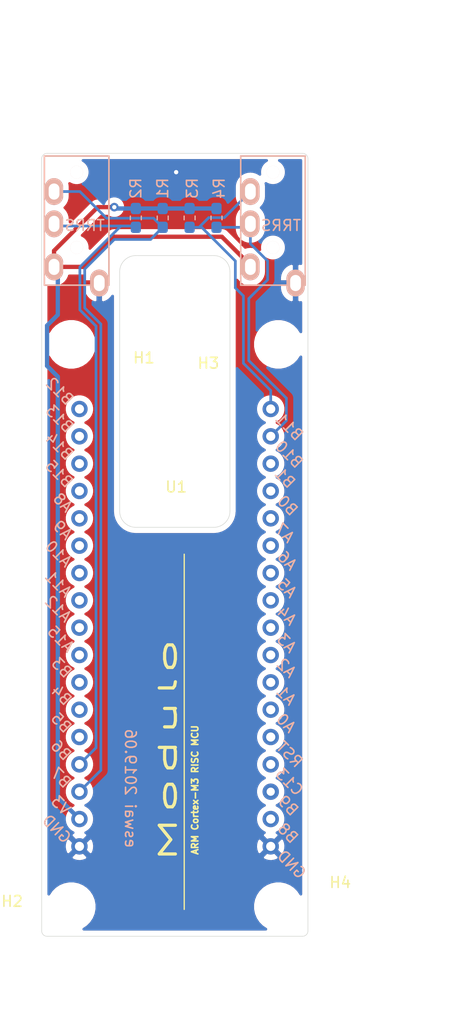
<source format=kicad_pcb>
(kicad_pcb (version 20171130) (host pcbnew "(5.1.0-0)")

  (general
    (thickness 1.6)
    (drawings 28)
    (tracks 71)
    (zones 0)
    (modules 11)
    (nets 7)
  )

  (page A4)
  (layers
    (0 F.Cu signal)
    (31 B.Cu signal)
    (32 B.Adhes user)
    (33 F.Adhes user)
    (34 B.Paste user)
    (35 F.Paste user)
    (36 B.SilkS user)
    (37 F.SilkS user)
    (38 B.Mask user)
    (39 F.Mask user)
    (40 Dwgs.User user)
    (41 Cmts.User user)
    (42 Eco1.User user)
    (43 Eco2.User user)
    (44 Edge.Cuts user)
    (45 Margin user)
    (46 B.CrtYd user)
    (47 F.CrtYd user)
    (48 B.Fab user)
    (49 F.Fab user)
  )

  (setup
    (last_trace_width 0.25)
    (trace_clearance 0.2)
    (zone_clearance 0.508)
    (zone_45_only no)
    (trace_min 0.2)
    (via_size 0.8)
    (via_drill 0.4)
    (via_min_size 0.4)
    (via_min_drill 0.3)
    (uvia_size 0.3)
    (uvia_drill 0.1)
    (uvias_allowed no)
    (uvia_min_size 0.2)
    (uvia_min_drill 0.1)
    (edge_width 0.05)
    (segment_width 0.2)
    (pcb_text_width 0.3)
    (pcb_text_size 1.5 1.5)
    (mod_edge_width 0.12)
    (mod_text_size 1 1)
    (mod_text_width 0.15)
    (pad_size 1.524 1.524)
    (pad_drill 0.762)
    (pad_to_mask_clearance 0.051)
    (solder_mask_min_width 0.25)
    (aux_axis_origin 0 0)
    (visible_elements FFFFFF7F)
    (pcbplotparams
      (layerselection 0x010f0_ffffffff)
      (usegerberextensions false)
      (usegerberattributes false)
      (usegerberadvancedattributes false)
      (creategerberjobfile false)
      (excludeedgelayer true)
      (linewidth 0.100000)
      (plotframeref false)
      (viasonmask false)
      (mode 1)
      (useauxorigin false)
      (hpglpennumber 1)
      (hpglpenspeed 20)
      (hpglpendiameter 15.000000)
      (psnegative false)
      (psa4output false)
      (plotreference true)
      (plotvalue true)
      (plotinvisibletext false)
      (padsonsilk false)
      (subtractmaskfromsilk false)
      (outputformat 1)
      (mirror false)
      (drillshape 0)
      (scaleselection 1)
      (outputdirectory "gerber"))
  )

  (net 0 "")
  (net 1 SDA1)
  (net 2 SCL1)
  (net 3 SDA2)
  (net 4 SCL2)
  (net 5 GND)
  (net 6 3V)

  (net_class Default "This is the default net class."
    (clearance 0.2)
    (trace_width 0.25)
    (via_dia 0.8)
    (via_drill 0.4)
    (uvia_dia 0.3)
    (uvia_drill 0.1)
    (add_net 3V)
    (add_net GND)
    (add_net SCL1)
    (add_net SCL2)
    (add_net SDA1)
    (add_net SDA2)
  )

  (module MountingHole:MountingHole_3.5mm (layer F.Cu) (tedit 56D1B4CB) (tstamp 5CFDC453)
    (at 99.25 121.25)
    (descr "Mounting Hole 3.5mm, no annular")
    (tags "mounting hole 3.5mm no annular")
    (path /5D05791D)
    (attr virtual)
    (fp_text reference H4 (at 5.75 -2.25) (layer F.SilkS)
      (effects (font (size 1 1) (thickness 0.15)))
    )
    (fp_text value MountingHole (at 0 4.5) (layer F.Fab)
      (effects (font (size 1 1) (thickness 0.15)))
    )
    (fp_circle (center 0 0) (end 3.75 0) (layer F.CrtYd) (width 0.05))
    (fp_circle (center 0 0) (end 3.5 0) (layer Cmts.User) (width 0.15))
    (fp_text user %R (at 0.3 0) (layer F.Fab)
      (effects (font (size 1 1) (thickness 0.15)))
    )
    (pad 1 np_thru_hole circle (at 0 0) (size 3.5 3.5) (drill 3.5) (layers *.Cu *.Mask))
  )

  (module MountingHole:MountingHole_3.5mm (layer F.Cu) (tedit 56D1B4CB) (tstamp 5CFDC44B)
    (at 99.25 69)
    (descr "Mounting Hole 3.5mm, no annular")
    (tags "mounting hole 3.5mm no annular")
    (path /5D057913)
    (attr virtual)
    (fp_text reference H3 (at -6.5 1.75) (layer F.SilkS)
      (effects (font (size 1 1) (thickness 0.15)))
    )
    (fp_text value MountingHole (at 0 4.5) (layer F.Fab)
      (effects (font (size 1 1) (thickness 0.15)))
    )
    (fp_circle (center 0 0) (end 3.75 0) (layer F.CrtYd) (width 0.05))
    (fp_circle (center 0 0) (end 3.5 0) (layer Cmts.User) (width 0.15))
    (fp_text user %R (at 0.3 0) (layer F.Fab)
      (effects (font (size 1 1) (thickness 0.15)))
    )
    (pad 1 np_thru_hole circle (at 0 0) (size 3.5 3.5) (drill 3.5) (layers *.Cu *.Mask))
  )

  (module MountingHole:MountingHole_3.5mm (layer F.Cu) (tedit 56D1B4CB) (tstamp 5CFDC443)
    (at 80 121.25)
    (descr "Mounting Hole 3.5mm, no annular")
    (tags "mounting hole 3.5mm no annular")
    (path /5D057164)
    (attr virtual)
    (fp_text reference H2 (at -5.5 -0.5) (layer F.SilkS)
      (effects (font (size 1 1) (thickness 0.15)))
    )
    (fp_text value MountingHole (at 0 4.5) (layer F.Fab)
      (effects (font (size 1 1) (thickness 0.15)))
    )
    (fp_circle (center 0 0) (end 3.75 0) (layer F.CrtYd) (width 0.05))
    (fp_circle (center 0 0) (end 3.5 0) (layer Cmts.User) (width 0.15))
    (fp_text user %R (at 0.3 0) (layer F.Fab)
      (effects (font (size 1 1) (thickness 0.15)))
    )
    (pad 1 np_thru_hole circle (at 0 0) (size 3.5 3.5) (drill 3.5) (layers *.Cu *.Mask))
  )

  (module MountingHole:MountingHole_3.5mm (layer F.Cu) (tedit 56D1B4CB) (tstamp 5CFDC43B)
    (at 80 69)
    (descr "Mounting Hole 3.5mm, no annular")
    (tags "mounting hole 3.5mm no annular")
    (path /5D056978)
    (attr virtual)
    (fp_text reference H1 (at 6.75 1.25) (layer F.SilkS)
      (effects (font (size 1 1) (thickness 0.15)))
    )
    (fp_text value MountingHole (at 0 4.5) (layer F.Fab)
      (effects (font (size 1 1) (thickness 0.15)))
    )
    (fp_circle (center 0 0) (end 3.75 0) (layer F.CrtYd) (width 0.05))
    (fp_circle (center 0 0) (end 3.5 0) (layer Cmts.User) (width 0.15))
    (fp_text user %R (at 0.3 0) (layer F.Fab)
      (effects (font (size 1 1) (thickness 0.15)))
    )
    (pad 1 np_thru_hole circle (at 0 0) (size 3.5 3.5) (drill 3.5) (layers *.Cu *.Mask))
  )

  (module eswai:MJ-4PP-9 (layer B.Cu) (tedit 5C4DF902) (tstamp 5CF25D5C)
    (at 98.75 51.5 180)
    (path /5CFEB7BD)
    (fp_text reference J2 (at -0.85 -4.95 180) (layer B.Fab)
      (effects (font (size 1 1) (thickness 0.15)) (justify mirror))
    )
    (fp_text value MJ-4PP-9 (at 0 -14 180) (layer B.Fab) hide
      (effects (font (size 1 1) (thickness 0.15)) (justify mirror))
    )
    (fp_text user TRRS (at -0.75 -6.45 180) (layer B.SilkS)
      (effects (font (size 1 1) (thickness 0.15)) (justify mirror))
    )
    (fp_line (start -3 -12) (end -3 0) (layer B.SilkS) (width 0.15))
    (fp_line (start 3 -12) (end -3 -12) (layer B.SilkS) (width 0.15))
    (fp_line (start 3 0) (end 3 -12) (layer B.SilkS) (width 0.15))
    (fp_line (start -3 0) (end 3 0) (layer B.SilkS) (width 0.15))
    (pad A thru_hole oval (at -2.1 -11.8 180) (size 1.7 2.5) (drill oval 1 1.5) (layers *.Cu *.Mask B.SilkS)
      (net 5 GND) (clearance 0.15))
    (pad D thru_hole oval (at 2.1 -10.3 180) (size 1.7 2.5) (drill oval 1 1.5) (layers *.Cu *.Mask B.SilkS)
      (net 6 3V) (clearance 0.15))
    (pad C thru_hole oval (at 2.1 -6.3 180) (size 1.7 2.5) (drill oval 1 1.5) (layers *.Cu *.Mask B.SilkS)
      (net 4 SCL2))
    (pad B thru_hole oval (at 2.1 -3.3 180) (size 1.7 2.5) (drill oval 1 1.5) (layers *.Cu *.Mask B.SilkS)
      (net 3 SDA2))
    (pad "" np_thru_hole circle (at 0 -8.5 180) (size 1.2 1.2) (drill 1.2) (layers *.Cu *.Mask B.SilkS))
    (pad "" np_thru_hole circle (at 0 -1.5 180) (size 1.2 1.2) (drill 1.2) (layers *.Cu *.Mask B.SilkS))
    (model "../../../../../../Users/pluis/Documents/Magic Briefcase/Documents/KiCad/3d/AB2_TRS_3p5MM_PTH.wrl"
      (at (xyz 0 0 0))
      (scale (xyz 0.42 0.42 0.42))
      (rotate (xyz 0 0 90))
    )
  )

  (module eswai:MJ-4PP-9 (layer B.Cu) (tedit 5C4DF902) (tstamp 5CF2624C)
    (at 80.5 51.5 180)
    (path /5CFEA837)
    (fp_text reference J1 (at -0.85 -4.95 180) (layer B.Fab)
      (effects (font (size 1 1) (thickness 0.15)) (justify mirror))
    )
    (fp_text value MJ-4PP-9 (at 0 -14 180) (layer B.Fab) hide
      (effects (font (size 1 1) (thickness 0.15)) (justify mirror))
    )
    (fp_text user TRRS (at -0.75 -6.45 180) (layer B.SilkS)
      (effects (font (size 1 1) (thickness 0.15)) (justify mirror))
    )
    (fp_line (start -3 -12) (end -3 0) (layer B.SilkS) (width 0.15))
    (fp_line (start 3 -12) (end -3 -12) (layer B.SilkS) (width 0.15))
    (fp_line (start 3 0) (end 3 -12) (layer B.SilkS) (width 0.15))
    (fp_line (start -3 0) (end 3 0) (layer B.SilkS) (width 0.15))
    (pad A thru_hole oval (at -2.1 -11.8 180) (size 1.7 2.5) (drill oval 1 1.5) (layers *.Cu *.Mask B.SilkS)
      (net 5 GND) (clearance 0.15))
    (pad D thru_hole oval (at 2.1 -10.3 180) (size 1.7 2.5) (drill oval 1 1.5) (layers *.Cu *.Mask B.SilkS)
      (net 6 3V) (clearance 0.15))
    (pad C thru_hole oval (at 2.1 -6.3 180) (size 1.7 2.5) (drill oval 1 1.5) (layers *.Cu *.Mask B.SilkS)
      (net 2 SCL1))
    (pad B thru_hole oval (at 2.1 -3.3 180) (size 1.7 2.5) (drill oval 1 1.5) (layers *.Cu *.Mask B.SilkS)
      (net 1 SDA1))
    (pad "" np_thru_hole circle (at 0 -8.5 180) (size 1.2 1.2) (drill 1.2) (layers *.Cu *.Mask B.SilkS))
    (pad "" np_thru_hole circle (at 0 -1.5 180) (size 1.2 1.2) (drill 1.2) (layers *.Cu *.Mask B.SilkS))
    (model "../../../../../../Users/pluis/Documents/Magic Briefcase/Documents/KiCad/3d/AB2_TRS_3p5MM_PTH.wrl"
      (at (xyz 0 0 0))
      (scale (xyz 0.42 0.42 0.42))
      (rotate (xyz 0 0 90))
    )
  )

  (module Resistor_SMD:R_0603_1608Metric_Pad1.05x0.95mm_HandSolder (layer B.Cu) (tedit 5B301BBD) (tstamp 5CF25D94)
    (at 93.5 57.25 270)
    (descr "Resistor SMD 0603 (1608 Metric), square (rectangular) end terminal, IPC_7351 nominal with elongated pad for handsoldering. (Body size source: http://www.tortai-tech.com/upload/download/2011102023233369053.pdf), generated with kicad-footprint-generator")
    (tags "resistor handsolder")
    (path /5CFED70D)
    (attr smd)
    (fp_text reference R4 (at -2.75 -0.25 270) (layer B.SilkS)
      (effects (font (size 1 1) (thickness 0.15)) (justify mirror))
    )
    (fp_text value R (at 0 -1.43 270) (layer B.Fab)
      (effects (font (size 1 1) (thickness 0.15)) (justify mirror))
    )
    (fp_text user %R (at 0 0 270) (layer B.Fab)
      (effects (font (size 0.4 0.4) (thickness 0.06)) (justify mirror))
    )
    (fp_line (start 1.65 -0.73) (end -1.65 -0.73) (layer B.CrtYd) (width 0.05))
    (fp_line (start 1.65 0.73) (end 1.65 -0.73) (layer B.CrtYd) (width 0.05))
    (fp_line (start -1.65 0.73) (end 1.65 0.73) (layer B.CrtYd) (width 0.05))
    (fp_line (start -1.65 -0.73) (end -1.65 0.73) (layer B.CrtYd) (width 0.05))
    (fp_line (start -0.171267 -0.51) (end 0.171267 -0.51) (layer B.SilkS) (width 0.12))
    (fp_line (start -0.171267 0.51) (end 0.171267 0.51) (layer B.SilkS) (width 0.12))
    (fp_line (start 0.8 -0.4) (end -0.8 -0.4) (layer B.Fab) (width 0.1))
    (fp_line (start 0.8 0.4) (end 0.8 -0.4) (layer B.Fab) (width 0.1))
    (fp_line (start -0.8 0.4) (end 0.8 0.4) (layer B.Fab) (width 0.1))
    (fp_line (start -0.8 -0.4) (end -0.8 0.4) (layer B.Fab) (width 0.1))
    (pad 2 smd roundrect (at 0.875 0 270) (size 1.05 0.95) (layers B.Cu B.Paste B.Mask) (roundrect_rratio 0.25)
      (net 4 SCL2))
    (pad 1 smd roundrect (at -0.875 0 270) (size 1.05 0.95) (layers B.Cu B.Paste B.Mask) (roundrect_rratio 0.25)
      (net 6 3V))
    (model ${KISYS3DMOD}/Resistor_SMD.3dshapes/R_0603_1608Metric.wrl
      (at (xyz 0 0 0))
      (scale (xyz 1 1 1))
      (rotate (xyz 0 0 0))
    )
  )

  (module Resistor_SMD:R_0603_1608Metric_Pad1.05x0.95mm_HandSolder (layer B.Cu) (tedit 5B301BBD) (tstamp 5CF25D86)
    (at 91 57.25 270)
    (descr "Resistor SMD 0603 (1608 Metric), square (rectangular) end terminal, IPC_7351 nominal with elongated pad for handsoldering. (Body size source: http://www.tortai-tech.com/upload/download/2011102023233369053.pdf), generated with kicad-footprint-generator")
    (tags "resistor handsolder")
    (path /5CFED1CE)
    (attr smd)
    (fp_text reference R3 (at -2.75 -0.25 270) (layer B.SilkS)
      (effects (font (size 1 1) (thickness 0.15)) (justify mirror))
    )
    (fp_text value R (at 0 -1.43 270) (layer B.Fab)
      (effects (font (size 1 1) (thickness 0.15)) (justify mirror))
    )
    (fp_text user %R (at 0 0 270) (layer B.Fab)
      (effects (font (size 0.4 0.4) (thickness 0.06)) (justify mirror))
    )
    (fp_line (start 1.65 -0.73) (end -1.65 -0.73) (layer B.CrtYd) (width 0.05))
    (fp_line (start 1.65 0.73) (end 1.65 -0.73) (layer B.CrtYd) (width 0.05))
    (fp_line (start -1.65 0.73) (end 1.65 0.73) (layer B.CrtYd) (width 0.05))
    (fp_line (start -1.65 -0.73) (end -1.65 0.73) (layer B.CrtYd) (width 0.05))
    (fp_line (start -0.171267 -0.51) (end 0.171267 -0.51) (layer B.SilkS) (width 0.12))
    (fp_line (start -0.171267 0.51) (end 0.171267 0.51) (layer B.SilkS) (width 0.12))
    (fp_line (start 0.8 -0.4) (end -0.8 -0.4) (layer B.Fab) (width 0.1))
    (fp_line (start 0.8 0.4) (end 0.8 -0.4) (layer B.Fab) (width 0.1))
    (fp_line (start -0.8 0.4) (end 0.8 0.4) (layer B.Fab) (width 0.1))
    (fp_line (start -0.8 -0.4) (end -0.8 0.4) (layer B.Fab) (width 0.1))
    (pad 2 smd roundrect (at 0.875 0 270) (size 1.05 0.95) (layers B.Cu B.Paste B.Mask) (roundrect_rratio 0.25)
      (net 3 SDA2))
    (pad 1 smd roundrect (at -0.875 0 270) (size 1.05 0.95) (layers B.Cu B.Paste B.Mask) (roundrect_rratio 0.25)
      (net 6 3V))
    (model ${KISYS3DMOD}/Resistor_SMD.3dshapes/R_0603_1608Metric.wrl
      (at (xyz 0 0 0))
      (scale (xyz 1 1 1))
      (rotate (xyz 0 0 0))
    )
  )

  (module Resistor_SMD:R_0603_1608Metric_Pad1.05x0.95mm_HandSolder (layer B.Cu) (tedit 5B301BBD) (tstamp 5CF2AD4F)
    (at 86 57.25 270)
    (descr "Resistor SMD 0603 (1608 Metric), square (rectangular) end terminal, IPC_7351 nominal with elongated pad for handsoldering. (Body size source: http://www.tortai-tech.com/upload/download/2011102023233369053.pdf), generated with kicad-footprint-generator")
    (tags "resistor handsolder")
    (path /5CFECB4F)
    (attr smd)
    (fp_text reference R2 (at -2.75 0 270) (layer B.SilkS)
      (effects (font (size 1 1) (thickness 0.15)) (justify mirror))
    )
    (fp_text value R (at 0 -1.43 270) (layer B.Fab)
      (effects (font (size 1 1) (thickness 0.15)) (justify mirror))
    )
    (fp_text user %R (at 0 0 270) (layer B.Fab)
      (effects (font (size 0.4 0.4) (thickness 0.06)) (justify mirror))
    )
    (fp_line (start 1.65 -0.73) (end -1.65 -0.73) (layer B.CrtYd) (width 0.05))
    (fp_line (start 1.65 0.73) (end 1.65 -0.73) (layer B.CrtYd) (width 0.05))
    (fp_line (start -1.65 0.73) (end 1.65 0.73) (layer B.CrtYd) (width 0.05))
    (fp_line (start -1.65 -0.73) (end -1.65 0.73) (layer B.CrtYd) (width 0.05))
    (fp_line (start -0.171267 -0.51) (end 0.171267 -0.51) (layer B.SilkS) (width 0.12))
    (fp_line (start -0.171267 0.51) (end 0.171267 0.51) (layer B.SilkS) (width 0.12))
    (fp_line (start 0.8 -0.4) (end -0.8 -0.4) (layer B.Fab) (width 0.1))
    (fp_line (start 0.8 0.4) (end 0.8 -0.4) (layer B.Fab) (width 0.1))
    (fp_line (start -0.8 0.4) (end 0.8 0.4) (layer B.Fab) (width 0.1))
    (fp_line (start -0.8 -0.4) (end -0.8 0.4) (layer B.Fab) (width 0.1))
    (pad 2 smd roundrect (at 0.875 0 270) (size 1.05 0.95) (layers B.Cu B.Paste B.Mask) (roundrect_rratio 0.25)
      (net 2 SCL1))
    (pad 1 smd roundrect (at -0.875 0 270) (size 1.05 0.95) (layers B.Cu B.Paste B.Mask) (roundrect_rratio 0.25)
      (net 6 3V))
    (model ${KISYS3DMOD}/Resistor_SMD.3dshapes/R_0603_1608Metric.wrl
      (at (xyz 0 0 0))
      (scale (xyz 1 1 1))
      (rotate (xyz 0 0 0))
    )
  )

  (module Resistor_SMD:R_0603_1608Metric_Pad1.05x0.95mm_HandSolder (layer B.Cu) (tedit 5B301BBD) (tstamp 5CF25D6A)
    (at 88.5 57.25 270)
    (descr "Resistor SMD 0603 (1608 Metric), square (rectangular) end terminal, IPC_7351 nominal with elongated pad for handsoldering. (Body size source: http://www.tortai-tech.com/upload/download/2011102023233369053.pdf), generated with kicad-footprint-generator")
    (tags "resistor handsolder")
    (path /5CFEBE50)
    (attr smd)
    (fp_text reference R1 (at -2.75 0 270) (layer B.SilkS)
      (effects (font (size 1 1) (thickness 0.15)) (justify mirror))
    )
    (fp_text value R (at 0 -1.43 270) (layer B.Fab)
      (effects (font (size 1 1) (thickness 0.15)) (justify mirror))
    )
    (fp_text user %R (at 0 0 270) (layer B.Fab)
      (effects (font (size 0.4 0.4) (thickness 0.06)) (justify mirror))
    )
    (fp_line (start 1.65 -0.73) (end -1.65 -0.73) (layer B.CrtYd) (width 0.05))
    (fp_line (start 1.65 0.73) (end 1.65 -0.73) (layer B.CrtYd) (width 0.05))
    (fp_line (start -1.65 0.73) (end 1.65 0.73) (layer B.CrtYd) (width 0.05))
    (fp_line (start -1.65 -0.73) (end -1.65 0.73) (layer B.CrtYd) (width 0.05))
    (fp_line (start -0.171267 -0.51) (end 0.171267 -0.51) (layer B.SilkS) (width 0.12))
    (fp_line (start -0.171267 0.51) (end 0.171267 0.51) (layer B.SilkS) (width 0.12))
    (fp_line (start 0.8 -0.4) (end -0.8 -0.4) (layer B.Fab) (width 0.1))
    (fp_line (start 0.8 0.4) (end 0.8 -0.4) (layer B.Fab) (width 0.1))
    (fp_line (start -0.8 0.4) (end 0.8 0.4) (layer B.Fab) (width 0.1))
    (fp_line (start -0.8 -0.4) (end -0.8 0.4) (layer B.Fab) (width 0.1))
    (pad 2 smd roundrect (at 0.875 0 270) (size 1.05 0.95) (layers B.Cu B.Paste B.Mask) (roundrect_rratio 0.25)
      (net 1 SDA1))
    (pad 1 smd roundrect (at -0.875 0 270) (size 1.05 0.95) (layers B.Cu B.Paste B.Mask) (roundrect_rratio 0.25)
      (net 6 3V))
    (model ${KISYS3DMOD}/Resistor_SMD.3dshapes/R_0603_1608Metric.wrl
      (at (xyz 0 0 0))
      (scale (xyz 1 1 1))
      (rotate (xyz 0 0 0))
    )
  )

  (module eswai:BlackPillSimple (layer F.Cu) (tedit 5C570639) (tstamp 5CF25E0A)
    (at 89.65 95.325001)
    (path /5CFE8BD2)
    (fp_text reference U1 (at 0.1 -13.075001) (layer F.SilkS)
      (effects (font (size 1 1) (thickness 0.15)))
    )
    (fp_text value BlackPillSymple (at 0 26.924) (layer F.Fab)
      (effects (font (size 1 1) (thickness 0.15)))
    )
    (fp_line (start 12.2 -28.5) (end 12.2 28.5) (layer Dwgs.User) (width 0.15))
    (fp_line (start -12.2 -28.5) (end -12.2 28.5) (layer Dwgs.User) (width 0.15))
    (fp_line (start -12.2 28.5) (end 12.2 28.5) (layer Dwgs.User) (width 0.15))
    (fp_line (start -12.2 -28.5) (end 12.2 -28.5) (layer Dwgs.User) (width 0.15))
    (fp_text user GND (at -11.01868 18.70618 -45) (layer B.SilkS)
      (effects (font (size 1 1) (thickness 0.15)) (justify mirror))
    )
    (fp_text user V3 (at -10.641419 16.507339 -45) (layer B.SilkS)
      (effects (font (size 1 1) (thickness 0.15)) (justify mirror))
    )
    (fp_text user B7 (at -10.623367 13.949288 -45) (layer B.SilkS)
      (effects (font (size 1 1) (thickness 0.15)) (justify mirror))
    )
    (fp_text user B6 (at -10.605316 11.391237 -45) (layer B.SilkS)
      (effects (font (size 1 1) (thickness 0.15)) (justify mirror))
    )
    (fp_text user B5 (at -10.587265 8.833185 -45) (layer B.SilkS)
      (effects (font (size 1 1) (thickness 0.15)) (justify mirror))
    )
    (fp_text user B3 (at -10.551162 3.717083 -45) (layer B.SilkS)
      (effects (font (size 1 1) (thickness 0.15)) (justify mirror))
    )
    (fp_text user A15 (at -10.638322 1.053822 -45) (layer B.SilkS)
      (effects (font (size 1 1) (thickness 0.15)) (justify mirror))
    )
    (fp_text user A12 (at -10.87427 -1.75823 -45) (layer B.SilkS)
      (effects (font (size 1 1) (thickness 0.15)) (justify mirror))
    )
    (fp_text user A11 (at -10.856219 -4.062281 -45) (layer B.SilkS)
      (effects (font (size 1 1) (thickness 0.15)) (justify mirror))
    )
    (fp_text user A10 (at -10.838168 -6.874332 -45) (layer B.SilkS)
      (effects (font (size 1 1) (thickness 0.15)) (justify mirror))
    )
    (fp_text user A9 (at -10.460906 -9.073173 -45) (layer B.SilkS)
      (effects (font (size 1 1) (thickness 0.15)) (justify mirror))
    )
    (fp_text user A8 (at -10.442855 -11.631224 -45) (layer B.SilkS)
      (effects (font (size 1 1) (thickness 0.15)) (justify mirror))
    )
    (fp_text user B4 (at -10.569214 6.275134 -45) (layer B.SilkS)
      (effects (font (size 1 1) (thickness 0.15)) (justify mirror))
    )
    (fp_text user B15 (at -10.784014 -14.294486 -45) (layer B.SilkS)
      (effects (font (size 1 1) (thickness 0.15)) (justify mirror))
    )
    (fp_text user B14 (at -10.765963 -16.852537 -45) (layer B.SilkS)
      (effects (font (size 1 1) (thickness 0.15)) (justify mirror))
    )
    (fp_text user B13 (at -10.747912 -19.410588 -45) (layer B.SilkS)
      (effects (font (size 1 1) (thickness 0.15)) (justify mirror))
    )
    (fp_text user B12 (at -10.72986 -21.96864 -45) (layer B.SilkS)
      (effects (font (size 1 1) (thickness 0.15)) (justify mirror))
    )
    (fp_text user B11 (at 10.60614 -18.66664 -45) (layer B.SilkS)
      (effects (font (size 1 1) (thickness 0.15)) (justify mirror))
    )
    (fp_text user B10 (at 10.588088 -16.108588 -45) (layer B.SilkS)
      (effects (font (size 1 1) (thickness 0.15)) (justify mirror))
    )
    (fp_text user B1 (at 10.210827 -13.909747 -45) (layer B.SilkS)
      (effects (font (size 1 1) (thickness 0.15)) (justify mirror))
    )
    (fp_text user B0 (at 10.446776 -11.351696 -45) (layer B.SilkS)
      (effects (font (size 1 1) (thickness 0.15)) (justify mirror))
    )
    (fp_text user A7 (at 10.174724 -8.793645 -45) (layer B.SilkS)
      (effects (font (size 1 1) (thickness 0.15)) (justify mirror))
    )
    (fp_text user A6 (at 10.410673 -6.235594 -45) (layer B.SilkS)
      (effects (font (size 1 1) (thickness 0.15)) (justify mirror))
    )
    (fp_text user A5 (at 10.392622 -3.677542 -45) (layer B.SilkS)
      (effects (font (size 1 1) (thickness 0.15)) (justify mirror))
    )
    (fp_text user A4 (at 10.374571 -1.119491 -45) (layer B.SilkS)
      (effects (font (size 1 1) (thickness 0.15)) (justify mirror))
    )
    (fp_text user A3 (at 10.356519 1.43856 -45) (layer B.SilkS)
      (effects (font (size 1 1) (thickness 0.15)) (justify mirror))
    )
    (fp_text user A2 (at 10.338468 3.742611 -45) (layer B.SilkS)
      (effects (font (size 1 1) (thickness 0.15)) (justify mirror))
    )
    (fp_text user A1 (at 10.320417 6.300662 -45) (layer B.SilkS)
      (effects (font (size 1 1) (thickness 0.15)) (justify mirror))
    )
    (fp_text user A0 (at 10.302366 8.858714 -45) (layer B.SilkS)
      (effects (font (size 1 1) (thickness 0.15)) (justify mirror))
    )
    (fp_text user RST (at 10.643525 11.775975 -45) (layer B.SilkS)
      (effects (font (size 1 1) (thickness 0.15)) (justify mirror))
    )
    (fp_text user C13 (at 10.625474 14.334026 -45) (layer B.SilkS)
      (effects (font (size 1 1) (thickness 0.15)) (justify mirror))
    )
    (fp_text user B9 (at 10.502212 16.532867 -45) (layer B.SilkS)
      (effects (font (size 1 1) (thickness 0.15)) (justify mirror))
    )
    (fp_text user B8 (at 10.484161 19.090919 -45) (layer B.SilkS)
      (effects (font (size 1 1) (thickness 0.15)) (justify mirror))
    )
    (fp_text user GND (at 10.82532 22.00818 -45) (layer B.SilkS)
      (effects (font (size 1 1) (thickness 0.15)) (justify mirror))
    )
    (fp_line (start 7.112 10.668) (end -7.112 10.668) (layer Dwgs.User) (width 0.12))
    (fp_line (start -7.112 10.668) (end -7.112 17.272) (layer Dwgs.User) (width 0.12))
    (fp_line (start -7.112 17.272) (end 7.112 17.272) (layer Dwgs.User) (width 0.12))
    (fp_line (start 7.112 10.668) (end 7.112 17.272) (layer Dwgs.User) (width 0.12))
    (fp_line (start -5.08 -9.398) (end -5.08 -22.098) (layer Dwgs.User) (width 0.12))
    (fp_line (start 5.08 -9.398) (end 5.08 -22.098) (layer Dwgs.User) (width 0.12))
    (fp_line (start -5.08 -22.098) (end 5.08 -22.098) (layer Dwgs.User) (width 0.12))
    (fp_line (start -5.08 -9.398) (end 5.08 -9.398) (layer Dwgs.User) (width 0.12))
    (pad 1 thru_hole circle (at -8.89 -20.32) (size 1.524 1.524) (drill 0.85) (layers *.Cu *.Mask))
    (pad 2 thru_hole circle (at -8.89 -17.78) (size 1.524 1.524) (drill 0.85) (layers *.Cu *.Mask))
    (pad 3 thru_hole circle (at -8.89 -15.24) (size 1.524 1.524) (drill 0.85) (layers *.Cu *.Mask))
    (pad 4 thru_hole circle (at -8.89 -12.7) (size 1.524 1.524) (drill 0.85) (layers *.Cu *.Mask))
    (pad 5 thru_hole circle (at -8.89 -10.16) (size 1.524 1.524) (drill 0.85) (layers *.Cu *.Mask))
    (pad 6 thru_hole circle (at -8.89 -7.62) (size 1.524 1.524) (drill 0.85) (layers *.Cu *.Mask))
    (pad 7 thru_hole circle (at -8.89 -5.08) (size 1.524 1.524) (drill 0.85) (layers *.Cu *.Mask))
    (pad 8 thru_hole circle (at -8.89 -2.54) (size 1.524 1.524) (drill 0.85) (layers *.Cu *.Mask))
    (pad 9 thru_hole circle (at -8.89 0) (size 1.524 1.524) (drill 0.85) (layers *.Cu *.Mask))
    (pad 10 thru_hole circle (at -8.89 2.54) (size 1.524 1.524) (drill 0.85) (layers *.Cu *.Mask))
    (pad 11 thru_hole circle (at -8.89 5.08) (size 1.524 1.524) (drill 0.85) (layers *.Cu *.Mask))
    (pad 12 thru_hole circle (at -8.89 7.62) (size 1.524 1.524) (drill 0.85) (layers *.Cu *.Mask))
    (pad 13 thru_hole circle (at -8.89 10.16) (size 1.524 1.524) (drill 0.85) (layers *.Cu *.Mask))
    (pad 14 thru_hole circle (at -8.89 12.7) (size 1.524 1.524) (drill 0.85) (layers *.Cu *.Mask)
      (net 2 SCL1))
    (pad 15 thru_hole circle (at -8.89 15.24) (size 1.524 1.524) (drill 0.85) (layers *.Cu *.Mask)
      (net 1 SDA1))
    (pad 16 thru_hole circle (at -8.89 17.78) (size 1.524 1.524) (drill 0.85) (layers *.Cu *.Mask)
      (net 6 3V))
    (pad 17 thru_hole circle (at -8.89 20.32) (size 1.524 1.524) (drill 0.85) (layers *.Cu *.Mask)
      (net 5 GND))
    (pad 18 thru_hole circle (at 8.89 20.32) (size 1.524 1.524) (drill 0.85) (layers *.Cu *.Mask)
      (net 5 GND))
    (pad 19 thru_hole circle (at 8.89 17.78) (size 1.524 1.524) (drill 0.85) (layers *.Cu *.Mask))
    (pad 20 thru_hole circle (at 8.89 15.24) (size 1.524 1.524) (drill 0.762) (layers *.Cu *.Mask))
    (pad 21 thru_hole circle (at 8.89 12.7) (size 1.524 1.524) (drill 0.85) (layers *.Cu *.Mask))
    (pad 22 thru_hole circle (at 8.89 10.16) (size 1.524 1.524) (drill 0.85) (layers *.Cu *.Mask))
    (pad 23 thru_hole circle (at 8.89 7.62) (size 1.524 1.524) (drill 0.85) (layers *.Cu *.Mask))
    (pad 24 thru_hole circle (at 8.89 5.08) (size 1.524 1.524) (drill 0.85) (layers *.Cu *.Mask))
    (pad 25 thru_hole circle (at 8.89 2.54) (size 1.524 1.524) (drill 0.85) (layers *.Cu *.Mask))
    (pad 26 thru_hole circle (at 8.89 0) (size 1.524 1.524) (drill 0.85) (layers *.Cu *.Mask))
    (pad 27 thru_hole circle (at 8.89 -2.54) (size 1.524 1.524) (drill 0.85) (layers *.Cu *.Mask))
    (pad 28 thru_hole circle (at 8.89 -5.08) (size 1.524 1.524) (drill 0.85) (layers *.Cu *.Mask))
    (pad 29 thru_hole circle (at 8.89 -7.62) (size 1.524 1.524) (drill 0.85) (layers *.Cu *.Mask))
    (pad 30 thru_hole circle (at 8.89 -10.16) (size 1.524 1.524) (drill 0.85) (layers *.Cu *.Mask))
    (pad 31 thru_hole circle (at 8.89 -12.7) (size 1.524 1.524) (drill 0.85) (layers *.Cu *.Mask))
    (pad 32 thru_hole circle (at 8.89 -15.24) (size 1.524 1.524) (drill 0.85) (layers *.Cu *.Mask))
    (pad 33 thru_hole circle (at 8.89 -17.78) (size 1.524 1.524) (drill 0.85) (layers *.Cu *.Mask)
      (net 4 SCL2))
    (pad 34 thru_hole circle (at 8.89 -20.32) (size 1.524 1.524) (drill 0.85) (layers *.Cu *.Mask)
      (net 3 SDA2))
  )

  (dimension 5.5 (width 0.15) (layer Dwgs.User)
    (gr_text "5.500 mm" (at 108.05 118.5 270) (layer Dwgs.User)
      (effects (font (size 1 1) (thickness 0.15)))
    )
    (feature1 (pts (xy 80.5 121.25) (xy 107.336421 121.25)))
    (feature2 (pts (xy 80.5 115.75) (xy 107.336421 115.75)))
    (crossbar (pts (xy 106.75 115.75) (xy 106.75 121.25)))
    (arrow1a (pts (xy 106.75 121.25) (xy 106.163579 120.123496)))
    (arrow1b (pts (xy 106.75 121.25) (xy 107.336421 120.123496)))
    (arrow2a (pts (xy 106.75 115.75) (xy 106.163579 116.876504)))
    (arrow2b (pts (xy 106.75 115.75) (xy 107.336421 116.876504)))
  )
  (dimension 52.25 (width 0.15) (layer Dwgs.User)
    (gr_text "52.250 mm" (at 112.8 95.125 270) (layer Dwgs.User)
      (effects (font (size 1 1) (thickness 0.15)))
    )
    (feature1 (pts (xy 99.25 121.25) (xy 112.086421 121.25)))
    (feature2 (pts (xy 99.25 69) (xy 112.086421 69)))
    (crossbar (pts (xy 111.5 69) (xy 111.5 121.25)))
    (arrow1a (pts (xy 111.5 121.25) (xy 110.913579 120.123496)))
    (arrow1b (pts (xy 111.5 121.25) (xy 112.086421 120.123496)))
    (arrow2a (pts (xy 111.5 69) (xy 110.913579 70.126504)))
    (arrow2b (pts (xy 111.5 69) (xy 112.086421 70.126504)))
  )
  (dimension 19.25 (width 0.15) (layer Dwgs.User) (tstamp 5CFDD0AB)
    (gr_text "19.250 mm" (at 89.625 64.95) (layer Dwgs.User) (tstamp 5CFDD0AC)
      (effects (font (size 1 1) (thickness 0.15)))
    )
    (feature1 (pts (xy 80 120.75) (xy 80 65.663579)))
    (feature2 (pts (xy 99.25 120.75) (xy 99.25 65.663579)))
    (crossbar (pts (xy 99.25 66.25) (xy 80 66.25)))
    (arrow1a (pts (xy 80 66.25) (xy 81.126504 65.663579)))
    (arrow1b (pts (xy 80 66.25) (xy 81.126504 66.836421)))
    (arrow2a (pts (xy 99.25 66.25) (xy 98.123496 65.663579)))
    (arrow2b (pts (xy 99.25 66.25) (xy 98.123496 66.836421)))
  )
  (dimension 17.75 (width 0.15) (layer Dwgs.User)
    (gr_text "17.750 mm" (at 89.625 127.55) (layer Dwgs.User)
      (effects (font (size 1 1) (thickness 0.15)))
    )
    (feature1 (pts (xy 98.5 115.75) (xy 98.5 126.836421)))
    (feature2 (pts (xy 80.75 115.75) (xy 80.75 126.836421)))
    (crossbar (pts (xy 80.75 126.25) (xy 98.5 126.25)))
    (arrow1a (pts (xy 98.5 126.25) (xy 97.373496 126.836421)))
    (arrow1b (pts (xy 98.5 126.25) (xy 97.373496 125.663579)))
    (arrow2a (pts (xy 80.75 126.25) (xy 81.876504 126.836421)))
    (arrow2b (pts (xy 80.75 126.25) (xy 81.876504 125.663579)))
  )
  (dimension 19.25 (width 0.15) (layer Dwgs.User)
    (gr_text "19.250 mm" (at 89.625 129.55) (layer Dwgs.User)
      (effects (font (size 1 1) (thickness 0.15)))
    )
    (feature1 (pts (xy 99.25 120.75) (xy 99.25 128.836421)))
    (feature2 (pts (xy 80 120.75) (xy 80 128.836421)))
    (crossbar (pts (xy 80 128.25) (xy 99.25 128.25)))
    (arrow1a (pts (xy 99.25 128.25) (xy 98.123496 128.836421)))
    (arrow1b (pts (xy 99.25 128.25) (xy 98.123496 127.663579)))
    (arrow2a (pts (xy 80 128.25) (xy 81.126504 128.836421)))
    (arrow2b (pts (xy 80 128.25) (xy 81.126504 127.663579)))
  )
  (gr_text "eswai 2019.06" (at 85.5 110.25 270) (layer B.SilkS)
    (effects (font (size 1 1) (thickness 0.15)) (justify mirror))
  )
  (gr_line (start 90.5 121.5) (end 90.5 88.5) (layer F.SilkS) (width 0.12))
  (dimension 72.75 (width 0.15) (layer Dwgs.User)
    (gr_text "72.750 mm" (at 116.26985 87.625 90) (layer Dwgs.User)
      (effects (font (size 1 1) (thickness 0.15)))
    )
    (feature1 (pts (xy 101.25 51.25) (xy 115.556271 51.25)))
    (feature2 (pts (xy 101.25 124) (xy 115.556271 124)))
    (crossbar (pts (xy 114.96985 124) (xy 114.96985 51.25)))
    (arrow1a (pts (xy 114.96985 51.25) (xy 115.556271 52.376504)))
    (arrow1b (pts (xy 114.96985 51.25) (xy 114.383429 52.376504)))
    (arrow2a (pts (xy 114.96985 124) (xy 115.556271 122.873496)))
    (arrow2b (pts (xy 114.96985 124) (xy 114.383429 122.873496)))
  )
  (dimension 24.75 (width 0.15) (layer Dwgs.User)
    (gr_text "24.750 mm" (at 89.625 132.8) (layer Dwgs.User)
      (effects (font (size 1 1) (thickness 0.15)))
    )
    (feature1 (pts (xy 77.25 123.5) (xy 77.25 132.086421)))
    (feature2 (pts (xy 102 123.5) (xy 102 132.086421)))
    (crossbar (pts (xy 102 131.5) (xy 77.25 131.5)))
    (arrow1a (pts (xy 77.25 131.5) (xy 78.376504 130.913579)))
    (arrow1b (pts (xy 77.25 131.5) (xy 78.376504 132.086421)))
    (arrow2a (pts (xy 102 131.5) (xy 100.873496 130.913579)))
    (arrow2b (pts (xy 102 131.5) (xy 100.873496 132.086421)))
  )
  (gr_text "ARM Cortex-M3 RISC MCU" (at 91.5 116.5 90) (layer F.SilkS)
    (effects (font (size 0.6 0.6) (thickness 0.15)) (justify left))
  )
  (gr_text Modulo (at 89 117.5 90) (layer F.SilkS)
    (effects (font (size 1.5 4) (thickness 0.3)) (justify left))
  )
  (gr_arc (start 77.75 51.75) (end 77.75 51.25) (angle -90) (layer Edge.Cuts) (width 0.05))
  (gr_arc (start 101.5 51.75) (end 102 51.75) (angle -90) (layer Edge.Cuts) (width 0.05))
  (gr_arc (start 101.5 123.5) (end 101.5 124) (angle -90) (layer Edge.Cuts) (width 0.05))
  (gr_arc (start 77.75 123.5) (end 77.25 123.5) (angle -90) (layer Edge.Cuts) (width 0.05))
  (gr_arc (start 93.25 84.5) (end 93.25 86) (angle -90) (layer Edge.Cuts) (width 0.05) (tstamp 5CF2695F))
  (gr_arc (start 86 84.5) (end 84.5 84.5) (angle -90) (layer Edge.Cuts) (width 0.05) (tstamp 5CF2695B))
  (gr_arc (start 93.25 62.25) (end 94.75 62.25) (angle -90) (layer Edge.Cuts) (width 0.05) (tstamp 5CF26956))
  (gr_arc (start 86 62.25) (end 86 60.75) (angle -90) (layer Edge.Cuts) (width 0.05))
  (gr_line (start 94.75 62.25) (end 94.75 84.5) (layer Edge.Cuts) (width 0.05) (tstamp 5CF26798))
  (gr_line (start 86 60.75) (end 93.25 60.75) (layer Edge.Cuts) (width 0.05))
  (gr_line (start 84.5 84.5) (end 84.5 62.25) (layer Edge.Cuts) (width 0.05))
  (gr_line (start 93.25 86) (end 86 86) (layer Edge.Cuts) (width 0.05))
  (gr_line (start 77.25 51.75) (end 77.25 123.5) (layer Edge.Cuts) (width 0.05) (tstamp 5CF2678F))
  (gr_line (start 101.5 51.25) (end 77.75 51.25) (layer Edge.Cuts) (width 0.05))
  (gr_line (start 102 123.5) (end 102 51.75) (layer Edge.Cuts) (width 0.05))
  (gr_line (start 77.75 124) (end 101.5 124) (layer Edge.Cuts) (width 0.05))
  (dimension 10.75 (width 0.15) (layer Dwgs.User)
    (gr_text "10.750 mm" (at 89.625 37.7) (layer Dwgs.User)
      (effects (font (size 1 1) (thickness 0.15)))
    )
    (feature1 (pts (xy 95 65) (xy 95 38.413579)))
    (feature2 (pts (xy 84.25 65) (xy 84.25 38.413579)))
    (crossbar (pts (xy 84.25 39) (xy 95 39)))
    (arrow1a (pts (xy 95 39) (xy 93.873496 39.586421)))
    (arrow1b (pts (xy 95 39) (xy 93.873496 38.413579)))
    (arrow2a (pts (xy 84.25 39) (xy 85.376504 39.586421)))
    (arrow2b (pts (xy 84.25 39) (xy 85.376504 38.413579)))
  )

  (via (at 89.75 53) (size 0.8) (drill 0.4) (layers F.Cu B.Cu) (net 5))
  (segment (start 87.64999 57.27499) (end 88.000928 57.625928) (width 0.25) (layer B.Cu) (net 1))
  (segment (start 88.000928 57.625928) (end 88.5 58.125) (width 0.25) (layer B.Cu) (net 1))
  (segment (start 83.27499 57.27499) (end 87.64999 57.27499) (width 0.25) (layer B.Cu) (net 1))
  (segment (start 80.8 54.8) (end 83.27499 57.27499) (width 0.25) (layer B.Cu) (net 1))
  (segment (start 78.4 54.8) (end 80.8 54.8) (width 0.25) (layer B.Cu) (net 1))
  (segment (start 81.25 65.61359) (end 82.75 67.113589) (width 0.25) (layer B.Cu) (net 1))
  (segment (start 87.375 59.25) (end 84 59.25) (width 0.25) (layer B.Cu) (net 1))
  (segment (start 81.521999 109.803002) (end 80.76 110.565001) (width 0.25) (layer B.Cu) (net 1))
  (segment (start 82.75 108.575001) (end 81.521999 109.803002) (width 0.25) (layer B.Cu) (net 1))
  (segment (start 88.5 58.125) (end 87.375 59.25) (width 0.25) (layer B.Cu) (net 1))
  (segment (start 81.25 62) (end 81.25 65.61359) (width 0.25) (layer B.Cu) (net 1))
  (segment (start 84 59.25) (end 81.25 62) (width 0.25) (layer B.Cu) (net 1))
  (segment (start 82.75 67.113589) (end 82.75 108.575001) (width 0.25) (layer B.Cu) (net 1))
  (segment (start 85.875 58) (end 86 58.125) (width 0.25) (layer B.Cu) (net 2))
  (segment (start 78.6 58) (end 85.875 58) (width 0.25) (layer B.Cu) (net 2))
  (segment (start 78.4 57.8) (end 78.6 58) (width 0.25) (layer B.Cu) (net 2))
  (segment (start 81.521999 107.263002) (end 80.76 108.025001) (width 0.25) (layer B.Cu) (net 2))
  (segment (start 80.799989 65.799989) (end 82.299989 67.299989) (width 0.25) (layer B.Cu) (net 2))
  (segment (start 84.61359 58) (end 80.799989 61.8136) (width 0.25) (layer B.Cu) (net 2))
  (segment (start 82.299989 67.299989) (end 82.299989 106.485012) (width 0.25) (layer B.Cu) (net 2))
  (segment (start 80.799989 61.8136) (end 80.799989 65.799989) (width 0.25) (layer B.Cu) (net 2))
  (segment (start 85.875 58) (end 84.61359 58) (width 0.25) (layer B.Cu) (net 2))
  (segment (start 82.299989 106.485012) (end 81.521999 107.263002) (width 0.25) (layer B.Cu) (net 2))
  (segment (start 96 55.45) (end 96.65 54.8) (width 0.25) (layer B.Cu) (net 3))
  (segment (start 94.22499 57.22501) (end 96 55.45) (width 0.25) (layer B.Cu) (net 3))
  (segment (start 92.77499 57.22501) (end 94.22499 57.22501) (width 0.25) (layer B.Cu) (net 3))
  (segment (start 91.875 58.125) (end 92.77499 57.22501) (width 0.25) (layer B.Cu) (net 3))
  (segment (start 91 58.125) (end 91.875 58.125) (width 0.25) (layer B.Cu) (net 3))
  (segment (start 91.575 58.125) (end 91 58.125) (width 0.25) (layer B.Cu) (net 3))
  (segment (start 95.25 61.25) (end 92.125 58.125) (width 0.25) (layer B.Cu) (net 3))
  (segment (start 95.25 63.75) (end 95.25 61.25) (width 0.25) (layer B.Cu) (net 3))
  (segment (start 96 70.75) (end 96 64.5) (width 0.25) (layer B.Cu) (net 3))
  (segment (start 96 64.5) (end 95.25 63.75) (width 0.25) (layer B.Cu) (net 3))
  (segment (start 98.54 73.29) (end 96 70.75) (width 0.25) (layer B.Cu) (net 3))
  (segment (start 92.125 58.125) (end 91.575 58.125) (width 0.25) (layer B.Cu) (net 3))
  (segment (start 98.54 75.005001) (end 98.54 73.29) (width 0.25) (layer B.Cu) (net 3))
  (segment (start 96.325 58.125) (end 96.65 57.8) (width 0.25) (layer B.Cu) (net 4))
  (segment (start 93.5 58.125) (end 96.325 58.125) (width 0.25) (layer B.Cu) (net 4))
  (segment (start 96.65 59.3) (end 96.65 57.8) (width 0.25) (layer B.Cu) (net 4))
  (segment (start 98.25 61.25) (end 96.65 59.65) (width 0.25) (layer B.Cu) (net 4))
  (segment (start 96.5 64.75) (end 98.25 63) (width 0.25) (layer B.Cu) (net 4))
  (segment (start 96.5 70.5) (end 96.5 64.75) (width 0.25) (layer B.Cu) (net 4))
  (segment (start 98.54 77.545001) (end 100 76.085001) (width 0.25) (layer B.Cu) (net 4))
  (segment (start 98.25 63) (end 98.25 61.25) (width 0.25) (layer B.Cu) (net 4))
  (segment (start 100 74) (end 96.5 70.5) (width 0.25) (layer B.Cu) (net 4))
  (segment (start 100 76.085001) (end 100 74) (width 0.25) (layer B.Cu) (net 4))
  (segment (start 96.65 59.65) (end 96.65 59.3) (width 0.25) (layer B.Cu) (net 4))
  (segment (start 86 56.375) (end 88.5 56.375) (width 0.4) (layer B.Cu) (net 6))
  (segment (start 88.5 56.375) (end 91 56.375) (width 0.4) (layer B.Cu) (net 6))
  (segment (start 91 56.375) (end 93.5 56.375) (width 0.4) (layer B.Cu) (net 6))
  (segment (start 79.5 61.8) (end 78.4 61.8) (width 0.4) (layer F.Cu) (net 6))
  (segment (start 84 59) (end 81.2 61.8) (width 0.4) (layer F.Cu) (net 6))
  (segment (start 81.2 61.8) (end 79.5 61.8) (width 0.4) (layer F.Cu) (net 6))
  (segment (start 96.65 61.8) (end 96.65 61.65) (width 0.4) (layer F.Cu) (net 6))
  (segment (start 96.65 61.65) (end 94 59) (width 0.4) (layer F.Cu) (net 6))
  (segment (start 94 59) (end 84 59) (width 0.4) (layer F.Cu) (net 6))
  (via (at 84 56.249998) (size 0.8) (drill 0.4) (layers F.Cu B.Cu) (net 6))
  (segment (start 78.4 61.8) (end 78.4 60.3) (width 0.4) (layer F.Cu) (net 6))
  (segment (start 78.4 60.3) (end 82.450002 56.249998) (width 0.4) (layer F.Cu) (net 6))
  (segment (start 83.434315 56.249998) (end 84 56.249998) (width 0.4) (layer F.Cu) (net 6))
  (segment (start 82.450002 56.249998) (end 83.434315 56.249998) (width 0.4) (layer F.Cu) (net 6))
  (segment (start 86 56.375) (end 84.125002 56.375) (width 0.4) (layer B.Cu) (net 6))
  (segment (start 84.125002 56.375) (end 84 56.249998) (width 0.4) (layer B.Cu) (net 6))
  (segment (start 78.75 111.095001) (end 80.76 113.105001) (width 0.4) (layer B.Cu) (net 6))
  (segment (start 78.75 72) (end 78.75 111.095001) (width 0.4) (layer B.Cu) (net 6))
  (segment (start 77.75 67.25) (end 77.75 71) (width 0.4) (layer B.Cu) (net 6))
  (segment (start 77.75 71) (end 78.75 72) (width 0.4) (layer B.Cu) (net 6))
  (segment (start 78.75 66.25) (end 77.75 67.25) (width 0.4) (layer B.Cu) (net 6))
  (segment (start 78.75 62.15) (end 78.75 66.25) (width 0.4) (layer B.Cu) (net 6))
  (segment (start 78.4 61.8) (end 78.75 62.15) (width 0.4) (layer B.Cu) (net 6))

  (zone (net 5) (net_name GND) (layer B.Cu) (tstamp 5CF2F98C) (hatch edge 0.508)
    (connect_pads (clearance 0.508))
    (min_thickness 0.254)
    (fill yes (arc_segments 32) (thermal_gap 0.508) (thermal_bridge_width 0.508))
    (polygon
      (pts
        (xy 102.5 50.75) (xy 76.75 50.75) (xy 76.75 124.5) (xy 102.5 124.5)
      )
    )
    (filled_polygon
      (pts
        (xy 82.727 63.173) (xy 82.747 63.173) (xy 82.747 63.427) (xy 82.727 63.427) (xy 82.727 65.020155)
        (xy 82.95689 65.141476) (xy 83.050953 65.120563) (xy 83.319426 65.005291) (xy 83.560252 64.839857) (xy 83.764176 64.630619)
        (xy 83.840001 64.513917) (xy 83.84 84.532418) (xy 83.842818 84.561027) (xy 83.842753 84.570288) (xy 83.843652 84.57946)
        (xy 83.874252 84.870605) (xy 83.886283 84.929217) (xy 83.897489 84.987963) (xy 83.900153 84.996784) (xy 83.986721 85.27644)
        (xy 84.009899 85.331578) (xy 84.032311 85.38705) (xy 84.036638 85.395186) (xy 84.175877 85.652702) (xy 84.209304 85.702259)
        (xy 84.24208 85.752347) (xy 84.247905 85.759488) (xy 84.43451 85.985056) (xy 84.476965 86.027215) (xy 84.518809 86.069945)
        (xy 84.525909 86.075819) (xy 84.752773 86.260845) (xy 84.802566 86.293927) (xy 84.851955 86.327745) (xy 84.860061 86.332127)
        (xy 85.118542 86.469564) (xy 85.173836 86.492355) (xy 85.228829 86.515925) (xy 85.237632 86.51865) (xy 85.517887 86.603264)
        (xy 85.576564 86.614882) (xy 85.635079 86.62732) (xy 85.644242 86.628283) (xy 85.644244 86.628283) (xy 85.935596 86.65685)
        (xy 85.935598 86.65685) (xy 85.967581 86.66) (xy 93.282419 86.66) (xy 93.311028 86.657182) (xy 93.320288 86.657247)
        (xy 93.32946 86.656348) (xy 93.620605 86.625748) (xy 93.679217 86.613717) (xy 93.737963 86.602511) (xy 93.746784 86.599847)
        (xy 94.02644 86.513279) (xy 94.081578 86.490101) (xy 94.13705 86.467689) (xy 94.145181 86.463365) (xy 94.145185 86.463363)
        (xy 94.145188 86.463361) (xy 94.402702 86.324123) (xy 94.452259 86.290696) (xy 94.502347 86.25792) (xy 94.509488 86.252095)
        (xy 94.735056 86.06549) (xy 94.777215 86.023035) (xy 94.819945 85.981191) (xy 94.825819 85.974091) (xy 95.010845 85.747227)
        (xy 95.043927 85.697434) (xy 95.077745 85.648045) (xy 95.082127 85.639939) (xy 95.219564 85.381458) (xy 95.242355 85.326164)
        (xy 95.265925 85.271171) (xy 95.26865 85.262368) (xy 95.353264 84.982113) (xy 95.364882 84.923436) (xy 95.37732 84.864921)
        (xy 95.378283 84.855756) (xy 95.40685 84.564404) (xy 95.40685 84.564402) (xy 95.41 84.532419) (xy 95.41 71.229076)
        (xy 95.459999 71.290001) (xy 95.489003 71.313804) (xy 97.780001 73.604804) (xy 97.780001 73.83266) (xy 97.649465 73.919881)
        (xy 97.45488 74.114466) (xy 97.301995 74.343274) (xy 97.196686 74.597511) (xy 97.143 74.867409) (xy 97.143 75.142593)
        (xy 97.196686 75.412491) (xy 97.301995 75.666728) (xy 97.45488 75.895536) (xy 97.649465 76.090121) (xy 97.878273 76.243006)
        (xy 97.955515 76.275001) (xy 97.878273 76.306996) (xy 97.649465 76.459881) (xy 97.45488 76.654466) (xy 97.301995 76.883274)
        (xy 97.196686 77.137511) (xy 97.143 77.407409) (xy 97.143 77.682593) (xy 97.196686 77.952491) (xy 97.301995 78.206728)
        (xy 97.45488 78.435536) (xy 97.649465 78.630121) (xy 97.878273 78.783006) (xy 97.955515 78.815001) (xy 97.878273 78.846996)
        (xy 97.649465 78.999881) (xy 97.45488 79.194466) (xy 97.301995 79.423274) (xy 97.196686 79.677511) (xy 97.143 79.947409)
        (xy 97.143 80.222593) (xy 97.196686 80.492491) (xy 97.301995 80.746728) (xy 97.45488 80.975536) (xy 97.649465 81.170121)
        (xy 97.878273 81.323006) (xy 97.955515 81.355001) (xy 97.878273 81.386996) (xy 97.649465 81.539881) (xy 97.45488 81.734466)
        (xy 97.301995 81.963274) (xy 97.196686 82.217511) (xy 97.143 82.487409) (xy 97.143 82.762593) (xy 97.196686 83.032491)
        (xy 97.301995 83.286728) (xy 97.45488 83.515536) (xy 97.649465 83.710121) (xy 97.878273 83.863006) (xy 97.955515 83.895001)
        (xy 97.878273 83.926996) (xy 97.649465 84.079881) (xy 97.45488 84.274466) (xy 97.301995 84.503274) (xy 97.196686 84.757511)
        (xy 97.143 85.027409) (xy 97.143 85.302593) (xy 97.196686 85.572491) (xy 97.301995 85.826728) (xy 97.45488 86.055536)
        (xy 97.649465 86.250121) (xy 97.878273 86.403006) (xy 97.955515 86.435001) (xy 97.878273 86.466996) (xy 97.649465 86.619881)
        (xy 97.45488 86.814466) (xy 97.301995 87.043274) (xy 97.196686 87.297511) (xy 97.143 87.567409) (xy 97.143 87.842593)
        (xy 97.196686 88.112491) (xy 97.301995 88.366728) (xy 97.45488 88.595536) (xy 97.649465 88.790121) (xy 97.878273 88.943006)
        (xy 97.955515 88.975001) (xy 97.878273 89.006996) (xy 97.649465 89.159881) (xy 97.45488 89.354466) (xy 97.301995 89.583274)
        (xy 97.196686 89.837511) (xy 97.143 90.107409) (xy 97.143 90.382593) (xy 97.196686 90.652491) (xy 97.301995 90.906728)
        (xy 97.45488 91.135536) (xy 97.649465 91.330121) (xy 97.878273 91.483006) (xy 97.955515 91.515001) (xy 97.878273 91.546996)
        (xy 97.649465 91.699881) (xy 97.45488 91.894466) (xy 97.301995 92.123274) (xy 97.196686 92.377511) (xy 97.143 92.647409)
        (xy 97.143 92.922593) (xy 97.196686 93.192491) (xy 97.301995 93.446728) (xy 97.45488 93.675536) (xy 97.649465 93.870121)
        (xy 97.878273 94.023006) (xy 97.955515 94.055001) (xy 97.878273 94.086996) (xy 97.649465 94.239881) (xy 97.45488 94.434466)
        (xy 97.301995 94.663274) (xy 97.196686 94.917511) (xy 97.143 95.187409) (xy 97.143 95.462593) (xy 97.196686 95.732491)
        (xy 97.301995 95.986728) (xy 97.45488 96.215536) (xy 97.649465 96.410121) (xy 97.878273 96.563006) (xy 97.955515 96.595001)
        (xy 97.878273 96.626996) (xy 97.649465 96.779881) (xy 97.45488 96.974466) (xy 97.301995 97.203274) (xy 97.196686 97.457511)
        (xy 97.143 97.727409) (xy 97.143 98.002593) (xy 97.196686 98.272491) (xy 97.301995 98.526728) (xy 97.45488 98.755536)
        (xy 97.649465 98.950121) (xy 97.878273 99.103006) (xy 97.955515 99.135001) (xy 97.878273 99.166996) (xy 97.649465 99.319881)
        (xy 97.45488 99.514466) (xy 97.301995 99.743274) (xy 97.196686 99.997511) (xy 97.143 100.267409) (xy 97.143 100.542593)
        (xy 97.196686 100.812491) (xy 97.301995 101.066728) (xy 97.45488 101.295536) (xy 97.649465 101.490121) (xy 97.878273 101.643006)
        (xy 97.955515 101.675001) (xy 97.878273 101.706996) (xy 97.649465 101.859881) (xy 97.45488 102.054466) (xy 97.301995 102.283274)
        (xy 97.196686 102.537511) (xy 97.143 102.807409) (xy 97.143 103.082593) (xy 97.196686 103.352491) (xy 97.301995 103.606728)
        (xy 97.45488 103.835536) (xy 97.649465 104.030121) (xy 97.878273 104.183006) (xy 97.955515 104.215001) (xy 97.878273 104.246996)
        (xy 97.649465 104.399881) (xy 97.45488 104.594466) (xy 97.301995 104.823274) (xy 97.196686 105.077511) (xy 97.143 105.347409)
        (xy 97.143 105.622593) (xy 97.196686 105.892491) (xy 97.301995 106.146728) (xy 97.45488 106.375536) (xy 97.649465 106.570121)
        (xy 97.878273 106.723006) (xy 97.955515 106.755001) (xy 97.878273 106.786996) (xy 97.649465 106.939881) (xy 97.45488 107.134466)
        (xy 97.301995 107.363274) (xy 97.196686 107.617511) (xy 97.143 107.887409) (xy 97.143 108.162593) (xy 97.196686 108.432491)
        (xy 97.301995 108.686728) (xy 97.45488 108.915536) (xy 97.649465 109.110121) (xy 97.878273 109.263006) (xy 97.955515 109.295001)
        (xy 97.878273 109.326996) (xy 97.649465 109.479881) (xy 97.45488 109.674466) (xy 97.301995 109.903274) (xy 97.196686 110.157511)
        (xy 97.143 110.427409) (xy 97.143 110.702593) (xy 97.196686 110.972491) (xy 97.301995 111.226728) (xy 97.45488 111.455536)
        (xy 97.649465 111.650121) (xy 97.878273 111.803006) (xy 97.955515 111.835001) (xy 97.878273 111.866996) (xy 97.649465 112.019881)
        (xy 97.45488 112.214466) (xy 97.301995 112.443274) (xy 97.196686 112.697511) (xy 97.143 112.967409) (xy 97.143 113.242593)
        (xy 97.196686 113.512491) (xy 97.301995 113.766728) (xy 97.45488 113.995536) (xy 97.649465 114.190121) (xy 97.878273 114.343006)
        (xy 97.949943 114.372693) (xy 97.936977 114.377365) (xy 97.82102 114.439345) (xy 97.75404 114.679436) (xy 98.54 115.465396)
        (xy 99.32596 114.679436) (xy 99.25898 114.439345) (xy 99.12324 114.375516) (xy 99.201727 114.343006) (xy 99.430535 114.190121)
        (xy 99.62512 113.995536) (xy 99.778005 113.766728) (xy 99.883314 113.512491) (xy 99.937 113.242593) (xy 99.937 112.967409)
        (xy 99.883314 112.697511) (xy 99.778005 112.443274) (xy 99.62512 112.214466) (xy 99.430535 112.019881) (xy 99.201727 111.866996)
        (xy 99.124485 111.835001) (xy 99.201727 111.803006) (xy 99.430535 111.650121) (xy 99.62512 111.455536) (xy 99.778005 111.226728)
        (xy 99.883314 110.972491) (xy 99.937 110.702593) (xy 99.937 110.427409) (xy 99.883314 110.157511) (xy 99.778005 109.903274)
        (xy 99.62512 109.674466) (xy 99.430535 109.479881) (xy 99.201727 109.326996) (xy 99.124485 109.295001) (xy 99.201727 109.263006)
        (xy 99.430535 109.110121) (xy 99.62512 108.915536) (xy 99.778005 108.686728) (xy 99.883314 108.432491) (xy 99.937 108.162593)
        (xy 99.937 107.887409) (xy 99.883314 107.617511) (xy 99.778005 107.363274) (xy 99.62512 107.134466) (xy 99.430535 106.939881)
        (xy 99.201727 106.786996) (xy 99.124485 106.755001) (xy 99.201727 106.723006) (xy 99.430535 106.570121) (xy 99.62512 106.375536)
        (xy 99.778005 106.146728) (xy 99.883314 105.892491) (xy 99.937 105.622593) (xy 99.937 105.347409) (xy 99.883314 105.077511)
        (xy 99.778005 104.823274) (xy 99.62512 104.594466) (xy 99.430535 104.399881) (xy 99.201727 104.246996) (xy 99.124485 104.215001)
        (xy 99.201727 104.183006) (xy 99.430535 104.030121) (xy 99.62512 103.835536) (xy 99.778005 103.606728) (xy 99.883314 103.352491)
        (xy 99.937 103.082593) (xy 99.937 102.807409) (xy 99.883314 102.537511) (xy 99.778005 102.283274) (xy 99.62512 102.054466)
        (xy 99.430535 101.859881) (xy 99.201727 101.706996) (xy 99.124485 101.675001) (xy 99.201727 101.643006) (xy 99.430535 101.490121)
        (xy 99.62512 101.295536) (xy 99.778005 101.066728) (xy 99.883314 100.812491) (xy 99.937 100.542593) (xy 99.937 100.267409)
        (xy 99.883314 99.997511) (xy 99.778005 99.743274) (xy 99.62512 99.514466) (xy 99.430535 99.319881) (xy 99.201727 99.166996)
        (xy 99.124485 99.135001) (xy 99.201727 99.103006) (xy 99.430535 98.950121) (xy 99.62512 98.755536) (xy 99.778005 98.526728)
        (xy 99.883314 98.272491) (xy 99.937 98.002593) (xy 99.937 97.727409) (xy 99.883314 97.457511) (xy 99.778005 97.203274)
        (xy 99.62512 96.974466) (xy 99.430535 96.779881) (xy 99.201727 96.626996) (xy 99.124485 96.595001) (xy 99.201727 96.563006)
        (xy 99.430535 96.410121) (xy 99.62512 96.215536) (xy 99.778005 95.986728) (xy 99.883314 95.732491) (xy 99.937 95.462593)
        (xy 99.937 95.187409) (xy 99.883314 94.917511) (xy 99.778005 94.663274) (xy 99.62512 94.434466) (xy 99.430535 94.239881)
        (xy 99.201727 94.086996) (xy 99.124485 94.055001) (xy 99.201727 94.023006) (xy 99.430535 93.870121) (xy 99.62512 93.675536)
        (xy 99.778005 93.446728) (xy 99.883314 93.192491) (xy 99.937 92.922593) (xy 99.937 92.647409) (xy 99.883314 92.377511)
        (xy 99.778005 92.123274) (xy 99.62512 91.894466) (xy 99.430535 91.699881) (xy 99.201727 91.546996) (xy 99.124485 91.515001)
        (xy 99.201727 91.483006) (xy 99.430535 91.330121) (xy 99.62512 91.135536) (xy 99.778005 90.906728) (xy 99.883314 90.652491)
        (xy 99.937 90.382593) (xy 99.937 90.107409) (xy 99.883314 89.837511) (xy 99.778005 89.583274) (xy 99.62512 89.354466)
        (xy 99.430535 89.159881) (xy 99.201727 89.006996) (xy 99.124485 88.975001) (xy 99.201727 88.943006) (xy 99.430535 88.790121)
        (xy 99.62512 88.595536) (xy 99.778005 88.366728) (xy 99.883314 88.112491) (xy 99.937 87.842593) (xy 99.937 87.567409)
        (xy 99.883314 87.297511) (xy 99.778005 87.043274) (xy 99.62512 86.814466) (xy 99.430535 86.619881) (xy 99.201727 86.466996)
        (xy 99.124485 86.435001) (xy 99.201727 86.403006) (xy 99.430535 86.250121) (xy 99.62512 86.055536) (xy 99.778005 85.826728)
        (xy 99.883314 85.572491) (xy 99.937 85.302593) (xy 99.937 85.027409) (xy 99.883314 84.757511) (xy 99.778005 84.503274)
        (xy 99.62512 84.274466) (xy 99.430535 84.079881) (xy 99.201727 83.926996) (xy 99.124485 83.895001) (xy 99.201727 83.863006)
        (xy 99.430535 83.710121) (xy 99.62512 83.515536) (xy 99.778005 83.286728) (xy 99.883314 83.032491) (xy 99.937 82.762593)
        (xy 99.937 82.487409) (xy 99.883314 82.217511) (xy 99.778005 81.963274) (xy 99.62512 81.734466) (xy 99.430535 81.539881)
        (xy 99.201727 81.386996) (xy 99.124485 81.355001) (xy 99.201727 81.323006) (xy 99.430535 81.170121) (xy 99.62512 80.975536)
        (xy 99.778005 80.746728) (xy 99.883314 80.492491) (xy 99.937 80.222593) (xy 99.937 79.947409) (xy 99.883314 79.677511)
        (xy 99.778005 79.423274) (xy 99.62512 79.194466) (xy 99.430535 78.999881) (xy 99.201727 78.846996) (xy 99.124485 78.815001)
        (xy 99.201727 78.783006) (xy 99.430535 78.630121) (xy 99.62512 78.435536) (xy 99.778005 78.206728) (xy 99.883314 77.952491)
        (xy 99.937 77.682593) (xy 99.937 77.407409) (xy 99.906372 77.253431) (xy 100.511004 76.648799) (xy 100.540001 76.625002)
        (xy 100.634974 76.509277) (xy 100.705546 76.377248) (xy 100.749003 76.233987) (xy 100.76 76.122334) (xy 100.76 76.122324)
        (xy 100.763676 76.085001) (xy 100.76 76.047678) (xy 100.76 74.037322) (xy 100.763676 73.999999) (xy 100.76 73.962676)
        (xy 100.76 73.962667) (xy 100.749003 73.851014) (xy 100.705546 73.707753) (xy 100.634974 73.575724) (xy 100.621811 73.559685)
        (xy 100.563799 73.488996) (xy 100.563795 73.488992) (xy 100.540001 73.459999) (xy 100.511008 73.436205) (xy 98.236503 71.161702)
        (xy 98.554321 71.293346) (xy 99.015098 71.385) (xy 99.484902 71.385) (xy 99.945679 71.293346) (xy 100.379721 71.11356)
        (xy 100.770349 70.85255) (xy 101.10255 70.520349) (xy 101.340001 70.16498) (xy 101.34 120.085019) (xy 101.10255 119.729651)
        (xy 100.770349 119.39745) (xy 100.379721 119.13644) (xy 99.945679 118.956654) (xy 99.484902 118.865) (xy 99.015098 118.865)
        (xy 98.554321 118.956654) (xy 98.120279 119.13644) (xy 97.729651 119.39745) (xy 97.39745 119.729651) (xy 97.13644 120.120279)
        (xy 96.956654 120.554321) (xy 96.865 121.015098) (xy 96.865 121.484902) (xy 96.956654 121.945679) (xy 97.13644 122.379721)
        (xy 97.39745 122.770349) (xy 97.729651 123.10255) (xy 98.085019 123.34) (xy 81.164981 123.34) (xy 81.520349 123.10255)
        (xy 81.85255 122.770349) (xy 82.11356 122.379721) (xy 82.293346 121.945679) (xy 82.385 121.484902) (xy 82.385 121.015098)
        (xy 82.293346 120.554321) (xy 82.11356 120.120279) (xy 81.85255 119.729651) (xy 81.520349 119.39745) (xy 81.129721 119.13644)
        (xy 80.695679 118.956654) (xy 80.234902 118.865) (xy 79.765098 118.865) (xy 79.304321 118.956654) (xy 78.870279 119.13644)
        (xy 78.479651 119.39745) (xy 78.14745 119.729651) (xy 77.91 120.085019) (xy 77.91 116.610566) (xy 79.97404 116.610566)
        (xy 80.04102 116.850657) (xy 80.290048 116.967757) (xy 80.557135 117.034024) (xy 80.832017 117.046911) (xy 81.104133 117.005923)
        (xy 81.363023 116.912637) (xy 81.47898 116.850657) (xy 81.54596 116.610566) (xy 97.75404 116.610566) (xy 97.82102 116.850657)
        (xy 98.070048 116.967757) (xy 98.337135 117.034024) (xy 98.612017 117.046911) (xy 98.884133 117.005923) (xy 99.143023 116.912637)
        (xy 99.25898 116.850657) (xy 99.32596 116.610566) (xy 98.54 115.824606) (xy 97.75404 116.610566) (xy 81.54596 116.610566)
        (xy 80.76 115.824606) (xy 79.97404 116.610566) (xy 77.91 116.610566) (xy 77.91 115.717018) (xy 79.35809 115.717018)
        (xy 79.399078 115.989134) (xy 79.492364 116.248024) (xy 79.554344 116.363981) (xy 79.794435 116.430961) (xy 80.580395 115.645001)
        (xy 80.939605 115.645001) (xy 81.725565 116.430961) (xy 81.965656 116.363981) (xy 82.082756 116.114953) (xy 82.149023 115.847866)
        (xy 82.155157 115.717018) (xy 97.13809 115.717018) (xy 97.179078 115.989134) (xy 97.272364 116.248024) (xy 97.334344 116.363981)
        (xy 97.574435 116.430961) (xy 98.360395 115.645001) (xy 98.719605 115.645001) (xy 99.505565 116.430961) (xy 99.745656 116.363981)
        (xy 99.862756 116.114953) (xy 99.929023 115.847866) (xy 99.94191 115.572984) (xy 99.900922 115.300868) (xy 99.807636 115.041978)
        (xy 99.745656 114.926021) (xy 99.505565 114.859041) (xy 98.719605 115.645001) (xy 98.360395 115.645001) (xy 97.574435 114.859041)
        (xy 97.334344 114.926021) (xy 97.217244 115.175049) (xy 97.150977 115.442136) (xy 97.13809 115.717018) (xy 82.155157 115.717018)
        (xy 82.16191 115.572984) (xy 82.120922 115.300868) (xy 82.027636 115.041978) (xy 81.965656 114.926021) (xy 81.725565 114.859041)
        (xy 80.939605 115.645001) (xy 80.580395 115.645001) (xy 79.794435 114.859041) (xy 79.554344 114.926021) (xy 79.437244 115.175049)
        (xy 79.370977 115.442136) (xy 79.35809 115.717018) (xy 77.91 115.717018) (xy 77.91 72.340868) (xy 77.915 72.345868)
        (xy 77.915001 111.053972) (xy 77.91096 111.095001) (xy 77.927082 111.258689) (xy 77.974828 111.416087) (xy 77.974829 111.416088)
        (xy 78.052365 111.561147) (xy 78.15671 111.688292) (xy 78.188574 111.714442) (xy 79.376031 112.901899) (xy 79.363 112.967409)
        (xy 79.363 113.242593) (xy 79.416686 113.512491) (xy 79.521995 113.766728) (xy 79.67488 113.995536) (xy 79.869465 114.190121)
        (xy 80.098273 114.343006) (xy 80.169943 114.372693) (xy 80.156977 114.377365) (xy 80.04102 114.439345) (xy 79.97404 114.679436)
        (xy 80.76 115.465396) (xy 81.54596 114.679436) (xy 81.47898 114.439345) (xy 81.34324 114.375516) (xy 81.421727 114.343006)
        (xy 81.650535 114.190121) (xy 81.84512 113.995536) (xy 81.998005 113.766728) (xy 82.103314 113.512491) (xy 82.157 113.242593)
        (xy 82.157 112.967409) (xy 82.103314 112.697511) (xy 81.998005 112.443274) (xy 81.84512 112.214466) (xy 81.650535 112.019881)
        (xy 81.421727 111.866996) (xy 81.344485 111.835001) (xy 81.421727 111.803006) (xy 81.650535 111.650121) (xy 81.84512 111.455536)
        (xy 81.998005 111.226728) (xy 82.103314 110.972491) (xy 82.157 110.702593) (xy 82.157 110.427409) (xy 82.126372 110.27343)
        (xy 83.261003 109.1388) (xy 83.290001 109.115002) (xy 83.384974 108.999277) (xy 83.455546 108.867248) (xy 83.499003 108.723987)
        (xy 83.51 108.612334) (xy 83.51 108.612326) (xy 83.513676 108.575001) (xy 83.51 108.537676) (xy 83.51 67.150914)
        (xy 83.513676 67.113589) (xy 83.51 67.076264) (xy 83.51 67.076256) (xy 83.499003 66.964603) (xy 83.455546 66.821342)
        (xy 83.438251 66.788986) (xy 83.384974 66.689312) (xy 83.313799 66.602586) (xy 83.290001 66.573588) (xy 83.261004 66.549791)
        (xy 82.01 65.298789) (xy 82.01 65.060862) (xy 82.149047 65.120563) (xy 82.24311 65.141476) (xy 82.473 65.020155)
        (xy 82.473 63.427) (xy 82.453 63.427) (xy 82.453 63.173) (xy 82.473 63.173) (xy 82.473 63.153)
        (xy 82.727 63.153)
      )
    )
    (filled_polygon
      (pts
        (xy 101.340001 61.496203) (xy 101.300953 61.479437) (xy 101.20689 61.458524) (xy 100.977 61.579845) (xy 100.977 63.173)
        (xy 100.997 63.173) (xy 100.997 63.427) (xy 100.977 63.427) (xy 100.977 65.020155) (xy 101.20689 65.141476)
        (xy 101.300953 65.120563) (xy 101.340001 65.103797) (xy 101.340001 67.83502) (xy 101.10255 67.479651) (xy 100.770349 67.14745)
        (xy 100.379721 66.88644) (xy 99.945679 66.706654) (xy 99.484902 66.615) (xy 99.015098 66.615) (xy 98.554321 66.706654)
        (xy 98.120279 66.88644) (xy 97.729651 67.14745) (xy 97.39745 67.479651) (xy 97.26 67.685359) (xy 97.26 65.064801)
        (xy 98.761004 63.563798) (xy 98.790001 63.540001) (xy 98.882738 63.427) (xy 99.365 63.427) (xy 99.365 63.827)
        (xy 99.41831 64.114269) (xy 99.526639 64.385618) (xy 99.685824 64.630619) (xy 99.889748 64.839857) (xy 100.130574 65.005291)
        (xy 100.399047 65.120563) (xy 100.49311 65.141476) (xy 100.723 65.020155) (xy 100.723 63.427) (xy 99.365 63.427)
        (xy 98.882738 63.427) (xy 98.884974 63.424276) (xy 98.955546 63.292247) (xy 98.999003 63.148986) (xy 99.01 63.037333)
        (xy 99.01 63.037325) (xy 99.013676 63) (xy 99.01 62.962675) (xy 99.01 62.773) (xy 99.365 62.773)
        (xy 99.365 63.173) (xy 100.723 63.173) (xy 100.723 61.579845) (xy 100.49311 61.458524) (xy 100.399047 61.479437)
        (xy 100.130574 61.594709) (xy 99.889748 61.760143) (xy 99.685824 61.969381) (xy 99.526639 62.214382) (xy 99.41831 62.485731)
        (xy 99.365 62.773) (xy 99.01 62.773) (xy 99.01 61.287325) (xy 99.013676 61.25) (xy 99.01 61.212675)
        (xy 99.01 61.212667) (xy 99.009499 61.207578) (xy 99.110236 61.18754) (xy 99.334992 61.094443) (xy 99.537267 60.959287)
        (xy 99.709287 60.787267) (xy 99.844443 60.584992) (xy 99.93754 60.360236) (xy 99.985 60.121637) (xy 99.985 59.878363)
        (xy 99.93754 59.639764) (xy 99.844443 59.415008) (xy 99.709287 59.212733) (xy 99.537267 59.040713) (xy 99.334992 58.905557)
        (xy 99.110236 58.81246) (xy 98.871637 58.765) (xy 98.628363 58.765) (xy 98.389764 58.81246) (xy 98.165008 58.905557)
        (xy 97.962733 59.040713) (xy 97.790713 59.212733) (xy 97.655557 59.415008) (xy 97.607011 59.532209) (xy 97.499057 59.424256)
        (xy 97.705134 59.255134) (xy 97.890706 59.029014) (xy 98.028599 58.771034) (xy 98.113513 58.491111) (xy 98.135 58.27295)
        (xy 98.135 57.327051) (xy 98.113513 57.108889) (xy 98.028599 56.828966) (xy 97.890706 56.570986) (xy 97.705134 56.344866)
        (xy 97.650465 56.3) (xy 97.705134 56.255134) (xy 97.890706 56.029014) (xy 98.028599 55.771034) (xy 98.113513 55.491111)
        (xy 98.135 55.27295) (xy 98.135 54.327051) (xy 98.113513 54.108889) (xy 98.094926 54.047616) (xy 98.165008 54.094443)
        (xy 98.389764 54.18754) (xy 98.628363 54.235) (xy 98.871637 54.235) (xy 99.110236 54.18754) (xy 99.334992 54.094443)
        (xy 99.537267 53.959287) (xy 99.709287 53.787267) (xy 99.844443 53.584992) (xy 99.93754 53.360236) (xy 99.985 53.121637)
        (xy 99.985 52.878363) (xy 99.93754 52.639764) (xy 99.844443 52.415008) (xy 99.709287 52.212733) (xy 99.537267 52.040713)
        (xy 99.341641 51.91) (xy 101.340001 51.91)
      )
    )
    (filled_polygon
      (pts
        (xy 97.962733 52.040713) (xy 97.790713 52.212733) (xy 97.655557 52.415008) (xy 97.56246 52.639764) (xy 97.515 52.878363)
        (xy 97.515 53.121637) (xy 97.530972 53.201935) (xy 97.479014 53.159294) (xy 97.221034 53.021401) (xy 96.941111 52.936487)
        (xy 96.65 52.907815) (xy 96.35889 52.936487) (xy 96.078967 53.021401) (xy 95.820987 53.159294) (xy 95.594866 53.344866)
        (xy 95.409294 53.570986) (xy 95.271401 53.828966) (xy 95.186487 54.108889) (xy 95.165 54.32705) (xy 95.165 55.210198)
        (xy 94.564191 55.811007) (xy 94.546423 55.752433) (xy 94.465512 55.601058) (xy 94.356623 55.468377) (xy 94.223942 55.359488)
        (xy 94.072567 55.278577) (xy 93.908316 55.228752) (xy 93.7375 55.211928) (xy 93.2625 55.211928) (xy 93.091684 55.228752)
        (xy 92.927433 55.278577) (xy 92.776058 55.359488) (xy 92.643377 55.468377) (xy 92.584597 55.54) (xy 91.915403 55.54)
        (xy 91.856623 55.468377) (xy 91.723942 55.359488) (xy 91.572567 55.278577) (xy 91.408316 55.228752) (xy 91.2375 55.211928)
        (xy 90.7625 55.211928) (xy 90.591684 55.228752) (xy 90.427433 55.278577) (xy 90.276058 55.359488) (xy 90.143377 55.468377)
        (xy 90.084597 55.54) (xy 89.415403 55.54) (xy 89.356623 55.468377) (xy 89.223942 55.359488) (xy 89.072567 55.278577)
        (xy 88.908316 55.228752) (xy 88.7375 55.211928) (xy 88.2625 55.211928) (xy 88.091684 55.228752) (xy 87.927433 55.278577)
        (xy 87.776058 55.359488) (xy 87.643377 55.468377) (xy 87.584597 55.54) (xy 86.915403 55.54) (xy 86.856623 55.468377)
        (xy 86.723942 55.359488) (xy 86.572567 55.278577) (xy 86.408316 55.228752) (xy 86.2375 55.211928) (xy 85.7625 55.211928)
        (xy 85.591684 55.228752) (xy 85.427433 55.278577) (xy 85.276058 55.359488) (xy 85.143377 55.468377) (xy 85.084597 55.54)
        (xy 84.753713 55.54) (xy 84.659774 55.446061) (xy 84.490256 55.332793) (xy 84.301898 55.254772) (xy 84.101939 55.214998)
        (xy 83.898061 55.214998) (xy 83.698102 55.254772) (xy 83.509744 55.332793) (xy 83.340226 55.446061) (xy 83.196063 55.590224)
        (xy 83.082795 55.759742) (xy 83.010084 55.935281) (xy 81.363804 54.289003) (xy 81.340001 54.259999) (xy 81.224276 54.165026)
        (xy 81.092247 54.094454) (xy 81.087246 54.092937) (xy 81.287267 53.959287) (xy 81.459287 53.787267) (xy 81.594443 53.584992)
        (xy 81.68754 53.360236) (xy 81.735 53.121637) (xy 81.735 52.878363) (xy 81.68754 52.639764) (xy 81.594443 52.415008)
        (xy 81.459287 52.212733) (xy 81.287267 52.040713) (xy 81.091641 51.91) (xy 98.158359 51.91)
      )
    )
  )
  (zone (net 5) (net_name GND) (layer F.Cu) (tstamp 5CF2F989) (hatch edge 0.508)
    (connect_pads (clearance 0.508))
    (min_thickness 0.254)
    (fill yes (arc_segments 32) (thermal_gap 0.508) (thermal_bridge_width 0.508))
    (polygon
      (pts
        (xy 103 50.25) (xy 76.25 50.25) (xy 76.25 125) (xy 103 125)
      )
    )
    (filled_polygon
      (pts
        (xy 97.962733 52.040713) (xy 97.790713 52.212733) (xy 97.655557 52.415008) (xy 97.56246 52.639764) (xy 97.515 52.878363)
        (xy 97.515 53.121637) (xy 97.530972 53.201935) (xy 97.479014 53.159294) (xy 97.221034 53.021401) (xy 96.941111 52.936487)
        (xy 96.65 52.907815) (xy 96.35889 52.936487) (xy 96.078967 53.021401) (xy 95.820987 53.159294) (xy 95.594866 53.344866)
        (xy 95.409294 53.570986) (xy 95.271401 53.828966) (xy 95.186487 54.108889) (xy 95.165 54.32705) (xy 95.165 55.272949)
        (xy 95.186487 55.49111) (xy 95.271401 55.771033) (xy 95.409294 56.029013) (xy 95.594866 56.255134) (xy 95.649535 56.3)
        (xy 95.594866 56.344866) (xy 95.409294 56.570986) (xy 95.271401 56.828966) (xy 95.186487 57.108889) (xy 95.165 57.32705)
        (xy 95.165 58.272949) (xy 95.186487 58.49111) (xy 95.271401 58.771033) (xy 95.409294 59.029013) (xy 95.594866 59.255134)
        (xy 95.820986 59.440706) (xy 96.078966 59.578599) (xy 96.358889 59.663513) (xy 96.65 59.692185) (xy 96.94111 59.663513)
        (xy 97.221033 59.578599) (xy 97.479013 59.440706) (xy 97.705134 59.255134) (xy 97.890706 59.029014) (xy 98.028599 58.771034)
        (xy 98.113513 58.491111) (xy 98.135 58.27295) (xy 98.135 57.327051) (xy 98.113513 57.108889) (xy 98.028599 56.828966)
        (xy 97.890706 56.570986) (xy 97.705134 56.344866) (xy 97.650465 56.3) (xy 97.705134 56.255134) (xy 97.890706 56.029014)
        (xy 98.028599 55.771034) (xy 98.113513 55.491111) (xy 98.135 55.27295) (xy 98.135 54.327051) (xy 98.113513 54.108889)
        (xy 98.094926 54.047616) (xy 98.165008 54.094443) (xy 98.389764 54.18754) (xy 98.628363 54.235) (xy 98.871637 54.235)
        (xy 99.110236 54.18754) (xy 99.334992 54.094443) (xy 99.537267 53.959287) (xy 99.709287 53.787267) (xy 99.844443 53.584992)
        (xy 99.93754 53.360236) (xy 99.985 53.121637) (xy 99.985 52.878363) (xy 99.93754 52.639764) (xy 99.844443 52.415008)
        (xy 99.709287 52.212733) (xy 99.537267 52.040713) (xy 99.341641 51.91) (xy 101.340001 51.91) (xy 101.340001 61.496203)
        (xy 101.300953 61.479437) (xy 101.20689 61.458524) (xy 100.977 61.579845) (xy 100.977 63.173) (xy 100.997 63.173)
        (xy 100.997 63.427) (xy 100.977 63.427) (xy 100.977 65.020155) (xy 101.20689 65.141476) (xy 101.300953 65.120563)
        (xy 101.340001 65.103797) (xy 101.340001 67.83502) (xy 101.10255 67.479651) (xy 100.770349 67.14745) (xy 100.379721 66.88644)
        (xy 99.945679 66.706654) (xy 99.484902 66.615) (xy 99.015098 66.615) (xy 98.554321 66.706654) (xy 98.120279 66.88644)
        (xy 97.729651 67.14745) (xy 97.39745 67.479651) (xy 97.13644 67.870279) (xy 96.956654 68.304321) (xy 96.865 68.765098)
        (xy 96.865 69.234902) (xy 96.956654 69.695679) (xy 97.13644 70.129721) (xy 97.39745 70.520349) (xy 97.729651 70.85255)
        (xy 98.120279 71.11356) (xy 98.554321 71.293346) (xy 99.015098 71.385) (xy 99.484902 71.385) (xy 99.945679 71.293346)
        (xy 100.379721 71.11356) (xy 100.770349 70.85255) (xy 101.10255 70.520349) (xy 101.340001 70.16498) (xy 101.34 120.085019)
        (xy 101.10255 119.729651) (xy 100.770349 119.39745) (xy 100.379721 119.13644) (xy 99.945679 118.956654) (xy 99.484902 118.865)
        (xy 99.015098 118.865) (xy 98.554321 118.956654) (xy 98.120279 119.13644) (xy 97.729651 119.39745) (xy 97.39745 119.729651)
        (xy 97.13644 120.120279) (xy 96.956654 120.554321) (xy 96.865 121.015098) (xy 96.865 121.484902) (xy 96.956654 121.945679)
        (xy 97.13644 122.379721) (xy 97.39745 122.770349) (xy 97.729651 123.10255) (xy 98.085019 123.34) (xy 81.164981 123.34)
        (xy 81.520349 123.10255) (xy 81.85255 122.770349) (xy 82.11356 122.379721) (xy 82.293346 121.945679) (xy 82.385 121.484902)
        (xy 82.385 121.015098) (xy 82.293346 120.554321) (xy 82.11356 120.120279) (xy 81.85255 119.729651) (xy 81.520349 119.39745)
        (xy 81.129721 119.13644) (xy 80.695679 118.956654) (xy 80.234902 118.865) (xy 79.765098 118.865) (xy 79.304321 118.956654)
        (xy 78.870279 119.13644) (xy 78.479651 119.39745) (xy 78.14745 119.729651) (xy 77.91 120.085019) (xy 77.91 116.610566)
        (xy 79.97404 116.610566) (xy 80.04102 116.850657) (xy 80.290048 116.967757) (xy 80.557135 117.034024) (xy 80.832017 117.046911)
        (xy 81.104133 117.005923) (xy 81.363023 116.912637) (xy 81.47898 116.850657) (xy 81.54596 116.610566) (xy 97.75404 116.610566)
        (xy 97.82102 116.850657) (xy 98.070048 116.967757) (xy 98.337135 117.034024) (xy 98.612017 117.046911) (xy 98.884133 117.005923)
        (xy 99.143023 116.912637) (xy 99.25898 116.850657) (xy 99.32596 116.610566) (xy 98.54 115.824606) (xy 97.75404 116.610566)
        (xy 81.54596 116.610566) (xy 80.76 115.824606) (xy 79.97404 116.610566) (xy 77.91 116.610566) (xy 77.91 115.717018)
        (xy 79.35809 115.717018) (xy 79.399078 115.989134) (xy 79.492364 116.248024) (xy 79.554344 116.363981) (xy 79.794435 116.430961)
        (xy 80.580395 115.645001) (xy 80.939605 115.645001) (xy 81.725565 116.430961) (xy 81.965656 116.363981) (xy 82.082756 116.114953)
        (xy 82.149023 115.847866) (xy 82.155157 115.717018) (xy 97.13809 115.717018) (xy 97.179078 115.989134) (xy 97.272364 116.248024)
        (xy 97.334344 116.363981) (xy 97.574435 116.430961) (xy 98.360395 115.645001) (xy 98.719605 115.645001) (xy 99.505565 116.430961)
        (xy 99.745656 116.363981) (xy 99.862756 116.114953) (xy 99.929023 115.847866) (xy 99.94191 115.572984) (xy 99.900922 115.300868)
        (xy 99.807636 115.041978) (xy 99.745656 114.926021) (xy 99.505565 114.859041) (xy 98.719605 115.645001) (xy 98.360395 115.645001)
        (xy 97.574435 114.859041) (xy 97.334344 114.926021) (xy 97.217244 115.175049) (xy 97.150977 115.442136) (xy 97.13809 115.717018)
        (xy 82.155157 115.717018) (xy 82.16191 115.572984) (xy 82.120922 115.300868) (xy 82.027636 115.041978) (xy 81.965656 114.926021)
        (xy 81.725565 114.859041) (xy 80.939605 115.645001) (xy 80.580395 115.645001) (xy 79.794435 114.859041) (xy 79.554344 114.926021)
        (xy 79.437244 115.175049) (xy 79.370977 115.442136) (xy 79.35809 115.717018) (xy 77.91 115.717018) (xy 77.91 74.867409)
        (xy 79.363 74.867409) (xy 79.363 75.142593) (xy 79.416686 75.412491) (xy 79.521995 75.666728) (xy 79.67488 75.895536)
        (xy 79.869465 76.090121) (xy 80.098273 76.243006) (xy 80.175515 76.275001) (xy 80.098273 76.306996) (xy 79.869465 76.459881)
        (xy 79.67488 76.654466) (xy 79.521995 76.883274) (xy 79.416686 77.137511) (xy 79.363 77.407409) (xy 79.363 77.682593)
        (xy 79.416686 77.952491) (xy 79.521995 78.206728) (xy 79.67488 78.435536) (xy 79.869465 78.630121) (xy 80.098273 78.783006)
        (xy 80.175515 78.815001) (xy 80.098273 78.846996) (xy 79.869465 78.999881) (xy 79.67488 79.194466) (xy 79.521995 79.423274)
        (xy 79.416686 79.677511) (xy 79.363 79.947409) (xy 79.363 80.222593) (xy 79.416686 80.492491) (xy 79.521995 80.746728)
        (xy 79.67488 80.975536) (xy 79.869465 81.170121) (xy 80.098273 81.323006) (xy 80.175515 81.355001) (xy 80.098273 81.386996)
        (xy 79.869465 81.539881) (xy 79.67488 81.734466) (xy 79.521995 81.963274) (xy 79.416686 82.217511) (xy 79.363 82.487409)
        (xy 79.363 82.762593) (xy 79.416686 83.032491) (xy 79.521995 83.286728) (xy 79.67488 83.515536) (xy 79.869465 83.710121)
        (xy 80.098273 83.863006) (xy 80.175515 83.895001) (xy 80.098273 83.926996) (xy 79.869465 84.079881) (xy 79.67488 84.274466)
        (xy 79.521995 84.503274) (xy 79.416686 84.757511) (xy 79.363 85.027409) (xy 79.363 85.302593) (xy 79.416686 85.572491)
        (xy 79.521995 85.826728) (xy 79.67488 86.055536) (xy 79.869465 86.250121) (xy 80.098273 86.403006) (xy 80.175515 86.435001)
        (xy 80.098273 86.466996) (xy 79.869465 86.619881) (xy 79.67488 86.814466) (xy 79.521995 87.043274) (xy 79.416686 87.297511)
        (xy 79.363 87.567409) (xy 79.363 87.842593) (xy 79.416686 88.112491) (xy 79.521995 88.366728) (xy 79.67488 88.595536)
        (xy 79.869465 88.790121) (xy 80.098273 88.943006) (xy 80.175515 88.975001) (xy 80.098273 89.006996) (xy 79.869465 89.159881)
        (xy 79.67488 89.354466) (xy 79.521995 89.583274) (xy 79.416686 89.837511) (xy 79.363 90.107409) (xy 79.363 90.382593)
        (xy 79.416686 90.652491) (xy 79.521995 90.906728) (xy 79.67488 91.135536) (xy 79.869465 91.330121) (xy 80.098273 91.483006)
        (xy 80.175515 91.515001) (xy 80.098273 91.546996) (xy 79.869465 91.699881) (xy 79.67488 91.894466) (xy 79.521995 92.123274)
        (xy 79.416686 92.377511) (xy 79.363 92.647409) (xy 79.363 92.922593) (xy 79.416686 93.192491) (xy 79.521995 93.446728)
        (xy 79.67488 93.675536) (xy 79.869465 93.870121) (xy 80.098273 94.023006) (xy 80.175515 94.055001) (xy 80.098273 94.086996)
        (xy 79.869465 94.239881) (xy 79.67488 94.434466) (xy 79.521995 94.663274) (xy 79.416686 94.917511) (xy 79.363 95.187409)
        (xy 79.363 95.462593) (xy 79.416686 95.732491) (xy 79.521995 95.986728) (xy 79.67488 96.215536) (xy 79.869465 96.410121)
        (xy 80.098273 96.563006) (xy 80.175515 96.595001) (xy 80.098273 96.626996) (xy 79.869465 96.779881) (xy 79.67488 96.974466)
        (xy 79.521995 97.203274) (xy 79.416686 97.457511) (xy 79.363 97.727409) (xy 79.363 98.002593) (xy 79.416686 98.272491)
        (xy 79.521995 98.526728) (xy 79.67488 98.755536) (xy 79.869465 98.950121) (xy 80.098273 99.103006) (xy 80.175515 99.135001)
        (xy 80.098273 99.166996) (xy 79.869465 99.319881) (xy 79.67488 99.514466) (xy 79.521995 99.743274) (xy 79.416686 99.997511)
        (xy 79.363 100.267409) (xy 79.363 100.542593) (xy 79.416686 100.812491) (xy 79.521995 101.066728) (xy 79.67488 101.295536)
        (xy 79.869465 101.490121) (xy 80.098273 101.643006) (xy 80.175515 101.675001) (xy 80.098273 101.706996) (xy 79.869465 101.859881)
        (xy 79.67488 102.054466) (xy 79.521995 102.283274) (xy 79.416686 102.537511) (xy 79.363 102.807409) (xy 79.363 103.082593)
        (xy 79.416686 103.352491) (xy 79.521995 103.606728) (xy 79.67488 103.835536) (xy 79.869465 104.030121) (xy 80.098273 104.183006)
        (xy 80.175515 104.215001) (xy 80.098273 104.246996) (xy 79.869465 104.399881) (xy 79.67488 104.594466) (xy 79.521995 104.823274)
        (xy 79.416686 105.077511) (xy 79.363 105.347409) (xy 79.363 105.622593) (xy 79.416686 105.892491) (xy 79.521995 106.146728)
        (xy 79.67488 106.375536) (xy 79.869465 106.570121) (xy 80.098273 106.723006) (xy 80.175515 106.755001) (xy 80.098273 106.786996)
        (xy 79.869465 106.939881) (xy 79.67488 107.134466) (xy 79.521995 107.363274) (xy 79.416686 107.617511) (xy 79.363 107.887409)
        (xy 79.363 108.162593) (xy 79.416686 108.432491) (xy 79.521995 108.686728) (xy 79.67488 108.915536) (xy 79.869465 109.110121)
        (xy 80.098273 109.263006) (xy 80.175515 109.295001) (xy 80.098273 109.326996) (xy 79.869465 109.479881) (xy 79.67488 109.674466)
        (xy 79.521995 109.903274) (xy 79.416686 110.157511) (xy 79.363 110.427409) (xy 79.363 110.702593) (xy 79.416686 110.972491)
        (xy 79.521995 111.226728) (xy 79.67488 111.455536) (xy 79.869465 111.650121) (xy 80.098273 111.803006) (xy 80.175515 111.835001)
        (xy 80.098273 111.866996) (xy 79.869465 112.019881) (xy 79.67488 112.214466) (xy 79.521995 112.443274) (xy 79.416686 112.697511)
        (xy 79.363 112.967409) (xy 79.363 113.242593) (xy 79.416686 113.512491) (xy 79.521995 113.766728) (xy 79.67488 113.995536)
        (xy 79.869465 114.190121) (xy 80.098273 114.343006) (xy 80.169943 114.372693) (xy 80.156977 114.377365) (xy 80.04102 114.439345)
        (xy 79.97404 114.679436) (xy 80.76 115.465396) (xy 81.54596 114.679436) (xy 81.47898 114.439345) (xy 81.34324 114.375516)
        (xy 81.421727 114.343006) (xy 81.650535 114.190121) (xy 81.84512 113.995536) (xy 81.998005 113.766728) (xy 82.103314 113.512491)
        (xy 82.157 113.242593) (xy 82.157 112.967409) (xy 82.103314 112.697511) (xy 81.998005 112.443274) (xy 81.84512 112.214466)
        (xy 81.650535 112.019881) (xy 81.421727 111.866996) (xy 81.344485 111.835001) (xy 81.421727 111.803006) (xy 81.650535 111.650121)
        (xy 81.84512 111.455536) (xy 81.998005 111.226728) (xy 82.103314 110.972491) (xy 82.157 110.702593) (xy 82.157 110.427409)
        (xy 82.103314 110.157511) (xy 81.998005 109.903274) (xy 81.84512 109.674466) (xy 81.650535 109.479881) (xy 81.421727 109.326996)
        (xy 81.344485 109.295001) (xy 81.421727 109.263006) (xy 81.650535 109.110121) (xy 81.84512 108.915536) (xy 81.998005 108.686728)
        (xy 82.103314 108.432491) (xy 82.157 108.162593) (xy 82.157 107.887409) (xy 82.103314 107.617511) (xy 81.998005 107.363274)
        (xy 81.84512 107.134466) (xy 81.650535 106.939881) (xy 81.421727 106.786996) (xy 81.344485 106.755001) (xy 81.421727 106.723006)
        (xy 81.650535 106.570121) (xy 81.84512 106.375536) (xy 81.998005 106.146728) (xy 82.103314 105.892491) (xy 82.157 105.622593)
        (xy 82.157 105.347409) (xy 82.103314 105.077511) (xy 81.998005 104.823274) (xy 81.84512 104.594466) (xy 81.650535 104.399881)
        (xy 81.421727 104.246996) (xy 81.344485 104.215001) (xy 81.421727 104.183006) (xy 81.650535 104.030121) (xy 81.84512 103.835536)
        (xy 81.998005 103.606728) (xy 82.103314 103.352491) (xy 82.157 103.082593) (xy 82.157 102.807409) (xy 82.103314 102.537511)
        (xy 81.998005 102.283274) (xy 81.84512 102.054466) (xy 81.650535 101.859881) (xy 81.421727 101.706996) (xy 81.344485 101.675001)
        (xy 81.421727 101.643006) (xy 81.650535 101.490121) (xy 81.84512 101.295536) (xy 81.998005 101.066728) (xy 82.103314 100.812491)
        (xy 82.157 100.542593) (xy 82.157 100.267409) (xy 82.103314 99.997511) (xy 81.998005 99.743274) (xy 81.84512 99.514466)
        (xy 81.650535 99.319881) (xy 81.421727 99.166996) (xy 81.344485 99.135001) (xy 81.421727 99.103006) (xy 81.650535 98.950121)
        (xy 81.84512 98.755536) (xy 81.998005 98.526728) (xy 82.103314 98.272491) (xy 82.157 98.002593) (xy 82.157 97.727409)
        (xy 82.103314 97.457511) (xy 81.998005 97.203274) (xy 81.84512 96.974466) (xy 81.650535 96.779881) (xy 81.421727 96.626996)
        (xy 81.344485 96.595001) (xy 81.421727 96.563006) (xy 81.650535 96.410121) (xy 81.84512 96.215536) (xy 81.998005 95.986728)
        (xy 82.103314 95.732491) (xy 82.157 95.462593) (xy 82.157 95.187409) (xy 82.103314 94.917511) (xy 81.998005 94.663274)
        (xy 81.84512 94.434466) (xy 81.650535 94.239881) (xy 81.421727 94.086996) (xy 81.344485 94.055001) (xy 81.421727 94.023006)
        (xy 81.650535 93.870121) (xy 81.84512 93.675536) (xy 81.998005 93.446728) (xy 82.103314 93.192491) (xy 82.157 92.922593)
        (xy 82.157 92.647409) (xy 82.103314 92.377511) (xy 81.998005 92.123274) (xy 81.84512 91.894466) (xy 81.650535 91.699881)
        (xy 81.421727 91.546996) (xy 81.344485 91.515001) (xy 81.421727 91.483006) (xy 81.650535 91.330121) (xy 81.84512 91.135536)
        (xy 81.998005 90.906728) (xy 82.103314 90.652491) (xy 82.157 90.382593) (xy 82.157 90.107409) (xy 82.103314 89.837511)
        (xy 81.998005 89.583274) (xy 81.84512 89.354466) (xy 81.650535 89.159881) (xy 81.421727 89.006996) (xy 81.344485 88.975001)
        (xy 81.421727 88.943006) (xy 81.650535 88.790121) (xy 81.84512 88.595536) (xy 81.998005 88.366728) (xy 82.103314 88.112491)
        (xy 82.157 87.842593) (xy 82.157 87.567409) (xy 82.103314 87.297511) (xy 81.998005 87.043274) (xy 81.84512 86.814466)
        (xy 81.650535 86.619881) (xy 81.421727 86.466996) (xy 81.344485 86.435001) (xy 81.421727 86.403006) (xy 81.650535 86.250121)
        (xy 81.84512 86.055536) (xy 81.998005 85.826728) (xy 82.103314 85.572491) (xy 82.157 85.302593) (xy 82.157 85.027409)
        (xy 82.103314 84.757511) (xy 81.998005 84.503274) (xy 81.84512 84.274466) (xy 81.650535 84.079881) (xy 81.421727 83.926996)
        (xy 81.344485 83.895001) (xy 81.421727 83.863006) (xy 81.650535 83.710121) (xy 81.84512 83.515536) (xy 81.998005 83.286728)
        (xy 82.103314 83.032491) (xy 82.157 82.762593) (xy 82.157 82.487409) (xy 82.103314 82.217511) (xy 81.998005 81.963274)
        (xy 81.84512 81.734466) (xy 81.650535 81.539881) (xy 81.421727 81.386996) (xy 81.344485 81.355001) (xy 81.421727 81.323006)
        (xy 81.650535 81.170121) (xy 81.84512 80.975536) (xy 81.998005 80.746728) (xy 82.103314 80.492491) (xy 82.157 80.222593)
        (xy 82.157 79.947409) (xy 82.103314 79.677511) (xy 81.998005 79.423274) (xy 81.84512 79.194466) (xy 81.650535 78.999881)
        (xy 81.421727 78.846996) (xy 81.344485 78.815001) (xy 81.421727 78.783006) (xy 81.650535 78.630121) (xy 81.84512 78.435536)
        (xy 81.998005 78.206728) (xy 82.103314 77.952491) (xy 82.157 77.682593) (xy 82.157 77.407409) (xy 82.103314 77.137511)
        (xy 81.998005 76.883274) (xy 81.84512 76.654466) (xy 81.650535 76.459881) (xy 81.421727 76.306996) (xy 81.344485 76.275001)
        (xy 81.421727 76.243006) (xy 81.650535 76.090121) (xy 81.84512 75.895536) (xy 81.998005 75.666728) (xy 82.103314 75.412491)
        (xy 82.157 75.142593) (xy 82.157 74.867409) (xy 82.103314 74.597511) (xy 81.998005 74.343274) (xy 81.84512 74.114466)
        (xy 81.650535 73.919881) (xy 81.421727 73.766996) (xy 81.16749 73.661687) (xy 80.897592 73.608001) (xy 80.622408 73.608001)
        (xy 80.35251 73.661687) (xy 80.098273 73.766996) (xy 79.869465 73.919881) (xy 79.67488 74.114466) (xy 79.521995 74.343274)
        (xy 79.416686 74.597511) (xy 79.363 74.867409) (xy 77.91 74.867409) (xy 77.91 70.164981) (xy 78.14745 70.520349)
        (xy 78.479651 70.85255) (xy 78.870279 71.11356) (xy 79.304321 71.293346) (xy 79.765098 71.385) (xy 80.234902 71.385)
        (xy 80.695679 71.293346) (xy 81.129721 71.11356) (xy 81.520349 70.85255) (xy 81.85255 70.520349) (xy 82.11356 70.129721)
        (xy 82.293346 69.695679) (xy 82.385 69.234902) (xy 82.385 68.765098) (xy 82.293346 68.304321) (xy 82.11356 67.870279)
        (xy 81.85255 67.479651) (xy 81.520349 67.14745) (xy 81.129721 66.88644) (xy 80.695679 66.706654) (xy 80.234902 66.615)
        (xy 79.765098 66.615) (xy 79.304321 66.706654) (xy 78.870279 66.88644) (xy 78.479651 67.14745) (xy 78.14745 67.479651)
        (xy 77.91 67.835019) (xy 77.91 63.60318) (xy 78.108889 63.663513) (xy 78.4 63.692185) (xy 78.69111 63.663513)
        (xy 78.971033 63.578599) (xy 79.229013 63.440706) (xy 79.245713 63.427) (xy 81.115 63.427) (xy 81.115 63.827)
        (xy 81.16831 64.114269) (xy 81.276639 64.385618) (xy 81.435824 64.630619) (xy 81.639748 64.839857) (xy 81.880574 65.005291)
        (xy 82.149047 65.120563) (xy 82.24311 65.141476) (xy 82.473 65.020155) (xy 82.473 63.427) (xy 81.115 63.427)
        (xy 79.245713 63.427) (xy 79.455134 63.255134) (xy 79.640706 63.029014) (xy 79.778599 62.771034) (xy 79.819865 62.635)
        (xy 81.140609 62.635) (xy 81.115 62.773) (xy 81.115 63.173) (xy 82.473 63.173) (xy 82.473 63.153)
        (xy 82.727 63.153) (xy 82.727 63.173) (xy 82.747 63.173) (xy 82.747 63.427) (xy 82.727 63.427)
        (xy 82.727 65.020155) (xy 82.95689 65.141476) (xy 83.050953 65.120563) (xy 83.319426 65.005291) (xy 83.560252 64.839857)
        (xy 83.764176 64.630619) (xy 83.840001 64.513917) (xy 83.84 84.532418) (xy 83.842818 84.561027) (xy 83.842753 84.570288)
        (xy 83.843652 84.57946) (xy 83.874252 84.870605) (xy 83.886283 84.929217) (xy 83.897489 84.987963) (xy 83.900153 84.996784)
        (xy 83.986721 85.27644) (xy 84.009899 85.331578) (xy 84.032311 85.38705) (xy 84.036638 85.395186) (xy 84.175877 85.652702)
        (xy 84.209304 85.702259) (xy 84.24208 85.752347) (xy 84.247905 85.759488) (xy 84.43451 85.985056) (xy 84.476965 86.027215)
        (xy 84.518809 86.069945) (xy 84.525909 86.075819) (xy 84.752773 86.260845) (xy 84.802566 86.293927) (xy 84.851955 86.327745)
        (xy 84.860061 86.332127) (xy 85.118542 86.469564) (xy 85.173836 86.492355) (xy 85.228829 86.515925) (xy 85.237632 86.51865)
        (xy 85.517887 86.603264) (xy 85.576564 86.614882) (xy 85.635079 86.62732) (xy 85.644242 86.628283) (xy 85.644244 86.628283)
        (xy 85.935596 86.65685) (xy 85.935598 86.65685) (xy 85.967581 86.66) (xy 93.282419 86.66) (xy 93.311028 86.657182)
        (xy 93.320288 86.657247) (xy 93.32946 86.656348) (xy 93.620605 86.625748) (xy 93.679217 86.613717) (xy 93.737963 86.602511)
        (xy 93.746784 86.599847) (xy 94.02644 86.513279) (xy 94.081578 86.490101) (xy 94.13705 86.467689) (xy 94.145181 86.463365)
        (xy 94.145185 86.463363) (xy 94.145188 86.463361) (xy 94.402702 86.324123) (xy 94.452259 86.290696) (xy 94.502347 86.25792)
        (xy 94.509488 86.252095) (xy 94.735056 86.06549) (xy 94.777215 86.023035) (xy 94.819945 85.981191) (xy 94.825819 85.974091)
        (xy 95.010845 85.747227) (xy 95.043927 85.697434) (xy 95.077745 85.648045) (xy 95.082127 85.639939) (xy 95.219564 85.381458)
        (xy 95.242355 85.326164) (xy 95.265925 85.271171) (xy 95.26865 85.262368) (xy 95.353264 84.982113) (xy 95.364882 84.923436)
        (xy 95.37732 84.864921) (xy 95.378283 84.855756) (xy 95.40685 84.564404) (xy 95.40685 84.564402) (xy 95.41 84.532419)
        (xy 95.41 74.867409) (xy 97.143 74.867409) (xy 97.143 75.142593) (xy 97.196686 75.412491) (xy 97.301995 75.666728)
        (xy 97.45488 75.895536) (xy 97.649465 76.090121) (xy 97.878273 76.243006) (xy 97.955515 76.275001) (xy 97.878273 76.306996)
        (xy 97.649465 76.459881) (xy 97.45488 76.654466) (xy 97.301995 76.883274) (xy 97.196686 77.137511) (xy 97.143 77.407409)
        (xy 97.143 77.682593) (xy 97.196686 77.952491) (xy 97.301995 78.206728) (xy 97.45488 78.435536) (xy 97.649465 78.630121)
        (xy 97.878273 78.783006) (xy 97.955515 78.815001) (xy 97.878273 78.846996) (xy 97.649465 78.999881) (xy 97.45488 79.194466)
        (xy 97.301995 79.423274) (xy 97.196686 79.677511) (xy 97.143 79.947409) (xy 97.143 80.222593) (xy 97.196686 80.492491)
        (xy 97.301995 80.746728) (xy 97.45488 80.975536) (xy 97.649465 81.170121) (xy 97.878273 81.323006) (xy 97.955515 81.355001)
        (xy 97.878273 81.386996) (xy 97.649465 81.539881) (xy 97.45488 81.734466) (xy 97.301995 81.963274) (xy 97.196686 82.217511)
        (xy 97.143 82.487409) (xy 97.143 82.762593) (xy 97.196686 83.032491) (xy 97.301995 83.286728) (xy 97.45488 83.515536)
        (xy 97.649465 83.710121) (xy 97.878273 83.863006) (xy 97.955515 83.895001) (xy 97.878273 83.926996) (xy 97.649465 84.079881)
        (xy 97.45488 84.274466) (xy 97.301995 84.503274) (xy 97.196686 84.757511) (xy 97.143 85.027409) (xy 97.143 85.302593)
        (xy 97.196686 85.572491) (xy 97.301995 85.826728) (xy 97.45488 86.055536) (xy 97.649465 86.250121) (xy 97.878273 86.403006)
        (xy 97.955515 86.435001) (xy 97.878273 86.466996) (xy 97.649465 86.619881) (xy 97.45488 86.814466) (xy 97.301995 87.043274)
        (xy 97.196686 87.297511) (xy 97.143 87.567409) (xy 97.143 87.842593) (xy 97.196686 88.112491) (xy 97.301995 88.366728)
        (xy 97.45488 88.595536) (xy 97.649465 88.790121) (xy 97.878273 88.943006) (xy 97.955515 88.975001) (xy 97.878273 89.006996)
        (xy 97.649465 89.159881) (xy 97.45488 89.354466) (xy 97.301995 89.583274) (xy 97.196686 89.837511) (xy 97.143 90.107409)
        (xy 97.143 90.382593) (xy 97.196686 90.652491) (xy 97.301995 90.906728) (xy 97.45488 91.135536) (xy 97.649465 91.330121)
        (xy 97.878273 91.483006) (xy 97.955515 91.515001) (xy 97.878273 91.546996) (xy 97.649465 91.699881) (xy 97.45488 91.894466)
        (xy 97.301995 92.123274) (xy 97.196686 92.377511) (xy 97.143 92.647409) (xy 97.143 92.922593) (xy 97.196686 93.192491)
        (xy 97.301995 93.446728) (xy 97.45488 93.675536) (xy 97.649465 93.870121) (xy 97.878273 94.023006) (xy 97.955515 94.055001)
        (xy 97.878273 94.086996) (xy 97.649465 94.239881) (xy 97.45488 94.434466) (xy 97.301995 94.663274) (xy 97.196686 94.917511)
        (xy 97.143 95.187409) (xy 97.143 95.462593) (xy 97.196686 95.732491) (xy 97.301995 95.986728) (xy 97.45488 96.215536)
        (xy 97.649465 96.410121) (xy 97.878273 96.563006) (xy 97.955515 96.595001) (xy 97.878273 96.626996) (xy 97.649465 96.779881)
        (xy 97.45488 96.974466) (xy 97.301995 97.203274) (xy 97.196686 97.457511) (xy 97.143 97.727409) (xy 97.143 98.002593)
        (xy 97.196686 98.272491) (xy 97.301995 98.526728) (xy 97.45488 98.755536) (xy 97.649465 98.950121) (xy 97.878273 99.103006)
        (xy 97.955515 99.135001) (xy 97.878273 99.166996) (xy 97.649465 99.319881) (xy 97.45488 99.514466) (xy 97.301995 99.743274)
        (xy 97.196686 99.997511) (xy 97.143 100.267409) (xy 97.143 100.542593) (xy 97.196686 100.812491) (xy 97.301995 101.066728)
        (xy 97.45488 101.295536) (xy 97.649465 101.490121) (xy 97.878273 101.643006) (xy 97.955515 101.675001) (xy 97.878273 101.706996)
        (xy 97.649465 101.859881) (xy 97.45488 102.054466) (xy 97.301995 102.283274) (xy 97.196686 102.537511) (xy 97.143 102.807409)
        (xy 97.143 103.082593) (xy 97.196686 103.352491) (xy 97.301995 103.606728) (xy 97.45488 103.835536) (xy 97.649465 104.030121)
        (xy 97.878273 104.183006) (xy 97.955515 104.215001) (xy 97.878273 104.246996) (xy 97.649465 104.399881) (xy 97.45488 104.594466)
        (xy 97.301995 104.823274) (xy 97.196686 105.077511) (xy 97.143 105.347409) (xy 97.143 105.622593) (xy 97.196686 105.892491)
        (xy 97.301995 106.146728) (xy 97.45488 106.375536) (xy 97.649465 106.570121) (xy 97.878273 106.723006) (xy 97.955515 106.755001)
        (xy 97.878273 106.786996) (xy 97.649465 106.939881) (xy 97.45488 107.134466) (xy 97.301995 107.363274) (xy 97.196686 107.617511)
        (xy 97.143 107.887409) (xy 97.143 108.162593) (xy 97.196686 108.432491) (xy 97.301995 108.686728) (xy 97.45488 108.915536)
        (xy 97.649465 109.110121) (xy 97.878273 109.263006) (xy 97.955515 109.295001) (xy 97.878273 109.326996) (xy 97.649465 109.479881)
        (xy 97.45488 109.674466) (xy 97.301995 109.903274) (xy 97.196686 110.157511) (xy 97.143 110.427409) (xy 97.143 110.702593)
        (xy 97.196686 110.972491) (xy 97.301995 111.226728) (xy 97.45488 111.455536) (xy 97.649465 111.650121) (xy 97.878273 111.803006)
        (xy 97.955515 111.835001) (xy 97.878273 111.866996) (xy 97.649465 112.019881) (xy 97.45488 112.214466) (xy 97.301995 112.443274)
        (xy 97.196686 112.697511) (xy 97.143 112.967409) (xy 97.143 113.242593) (xy 97.196686 113.512491) (xy 97.301995 113.766728)
        (xy 97.45488 113.995536) (xy 97.649465 114.190121) (xy 97.878273 114.343006) (xy 97.949943 114.372693) (xy 97.936977 114.377365)
        (xy 97.82102 114.439345) (xy 97.75404 114.679436) (xy 98.54 115.465396) (xy 99.32596 114.679436) (xy 99.25898 114.439345)
        (xy 99.12324 114.375516) (xy 99.201727 114.343006) (xy 99.430535 114.190121) (xy 99.62512 113.995536) (xy 99.778005 113.766728)
        (xy 99.883314 113.512491) (xy 99.937 113.242593) (xy 99.937 112.967409) (xy 99.883314 112.697511) (xy 99.778005 112.443274)
        (xy 99.62512 112.214466) (xy 99.430535 112.019881) (xy 99.201727 111.866996) (xy 99.124485 111.835001) (xy 99.201727 111.803006)
        (xy 99.430535 111.650121) (xy 99.62512 111.455536) (xy 99.778005 111.226728) (xy 99.883314 110.972491) (xy 99.937 110.702593)
        (xy 99.937 110.427409) (xy 99.883314 110.157511) (xy 99.778005 109.903274) (xy 99.62512 109.674466) (xy 99.430535 109.479881)
        (xy 99.201727 109.326996) (xy 99.124485 109.295001) (xy 99.201727 109.263006) (xy 99.430535 109.110121) (xy 99.62512 108.915536)
        (xy 99.778005 108.686728) (xy 99.883314 108.432491) (xy 99.937 108.162593) (xy 99.937 107.887409) (xy 99.883314 107.617511)
        (xy 99.778005 107.363274) (xy 99.62512 107.134466) (xy 99.430535 106.939881) (xy 99.201727 106.786996) (xy 99.124485 106.755001)
        (xy 99.201727 106.723006) (xy 99.430535 106.570121) (xy 99.62512 106.375536) (xy 99.778005 106.146728) (xy 99.883314 105.892491)
        (xy 99.937 105.622593) (xy 99.937 105.347409) (xy 99.883314 105.077511) (xy 99.778005 104.823274) (xy 99.62512 104.594466)
        (xy 99.430535 104.399881) (xy 99.201727 104.246996) (xy 99.124485 104.215001) (xy 99.201727 104.183006) (xy 99.430535 104.030121)
        (xy 99.62512 103.835536) (xy 99.778005 103.606728) (xy 99.883314 103.352491) (xy 99.937 103.082593) (xy 99.937 102.807409)
        (xy 99.883314 102.537511) (xy 99.778005 102.283274) (xy 99.62512 102.054466) (xy 99.430535 101.859881) (xy 99.201727 101.706996)
        (xy 99.124485 101.675001) (xy 99.201727 101.643006) (xy 99.430535 101.490121) (xy 99.62512 101.295536) (xy 99.778005 101.066728)
        (xy 99.883314 100.812491) (xy 99.937 100.542593) (xy 99.937 100.267409) (xy 99.883314 99.997511) (xy 99.778005 99.743274)
        (xy 99.62512 99.514466) (xy 99.430535 99.319881) (xy 99.201727 99.166996) (xy 99.124485 99.135001) (xy 99.201727 99.103006)
        (xy 99.430535 98.950121) (xy 99.62512 98.755536) (xy 99.778005 98.526728) (xy 99.883314 98.272491) (xy 99.937 98.002593)
        (xy 99.937 97.727409) (xy 99.883314 97.457511) (xy 99.778005 97.203274) (xy 99.62512 96.974466) (xy 99.430535 96.779881)
        (xy 99.201727 96.626996) (xy 99.124485 96.595001) (xy 99.201727 96.563006) (xy 99.430535 96.410121) (xy 99.62512 96.215536)
        (xy 99.778005 95.986728) (xy 99.883314 95.732491) (xy 99.937 95.462593) (xy 99.937 95.187409) (xy 99.883314 94.917511)
        (xy 99.778005 94.663274) (xy 99.62512 94.434466) (xy 99.430535 94.239881) (xy 99.201727 94.086996) (xy 99.124485 94.055001)
        (xy 99.201727 94.023006) (xy 99.430535 93.870121) (xy 99.62512 93.675536) (xy 99.778005 93.446728) (xy 99.883314 93.192491)
        (xy 99.937 92.922593) (xy 99.937 92.647409) (xy 99.883314 92.377511) (xy 99.778005 92.123274) (xy 99.62512 91.894466)
        (xy 99.430535 91.699881) (xy 99.201727 91.546996) (xy 99.124485 91.515001) (xy 99.201727 91.483006) (xy 99.430535 91.330121)
        (xy 99.62512 91.135536) (xy 99.778005 90.906728) (xy 99.883314 90.652491) (xy 99.937 90.382593) (xy 99.937 90.107409)
        (xy 99.883314 89.837511) (xy 99.778005 89.583274) (xy 99.62512 89.354466) (xy 99.430535 89.159881) (xy 99.201727 89.006996)
        (xy 99.124485 88.975001) (xy 99.201727 88.943006) (xy 99.430535 88.790121) (xy 99.62512 88.595536) (xy 99.778005 88.366728)
        (xy 99.883314 88.112491) (xy 99.937 87.842593) (xy 99.937 87.567409) (xy 99.883314 87.297511) (xy 99.778005 87.043274)
        (xy 99.62512 86.814466) (xy 99.430535 86.619881) (xy 99.201727 86.466996) (xy 99.124485 86.435001) (xy 99.201727 86.403006)
        (xy 99.430535 86.250121) (xy 99.62512 86.055536) (xy 99.778005 85.826728) (xy 99.883314 85.572491) (xy 99.937 85.302593)
        (xy 99.937 85.027409) (xy 99.883314 84.757511) (xy 99.778005 84.503274) (xy 99.62512 84.274466) (xy 99.430535 84.079881)
        (xy 99.201727 83.926996) (xy 99.124485 83.895001) (xy 99.201727 83.863006) (xy 99.430535 83.710121) (xy 99.62512 83.515536)
        (xy 99.778005 83.286728) (xy 99.883314 83.032491) (xy 99.937 82.762593) (xy 99.937 82.487409) (xy 99.883314 82.217511)
        (xy 99.778005 81.963274) (xy 99.62512 81.734466) (xy 99.430535 81.539881) (xy 99.201727 81.386996) (xy 99.124485 81.355001)
        (xy 99.201727 81.323006) (xy 99.430535 81.170121) (xy 99.62512 80.975536) (xy 99.778005 80.746728) (xy 99.883314 80.492491)
        (xy 99.937 80.222593) (xy 99.937 79.947409) (xy 99.883314 79.677511) (xy 99.778005 79.423274) (xy 99.62512 79.194466)
        (xy 99.430535 78.999881) (xy 99.201727 78.846996) (xy 99.124485 78.815001) (xy 99.201727 78.783006) (xy 99.430535 78.630121)
        (xy 99.62512 78.435536) (xy 99.778005 78.206728) (xy 99.883314 77.952491) (xy 99.937 77.682593) (xy 99.937 77.407409)
        (xy 99.883314 77.137511) (xy 99.778005 76.883274) (xy 99.62512 76.654466) (xy 99.430535 76.459881) (xy 99.201727 76.306996)
        (xy 99.124485 76.275001) (xy 99.201727 76.243006) (xy 99.430535 76.090121) (xy 99.62512 75.895536) (xy 99.778005 75.666728)
        (xy 99.883314 75.412491) (xy 99.937 75.142593) (xy 99.937 74.867409) (xy 99.883314 74.597511) (xy 99.778005 74.343274)
        (xy 99.62512 74.114466) (xy 99.430535 73.919881) (xy 99.201727 73.766996) (xy 98.94749 73.661687) (xy 98.677592 73.608001)
        (xy 98.402408 73.608001) (xy 98.13251 73.661687) (xy 97.878273 73.766996) (xy 97.649465 73.919881) (xy 97.45488 74.114466)
        (xy 97.301995 74.343274) (xy 97.196686 74.597511) (xy 97.143 74.867409) (xy 95.41 74.867409) (xy 95.41 63.029873)
        (xy 95.594866 63.255134) (xy 95.820986 63.440706) (xy 96.078966 63.578599) (xy 96.358889 63.663513) (xy 96.65 63.692185)
        (xy 96.94111 63.663513) (xy 97.221033 63.578599) (xy 97.479013 63.440706) (xy 97.495713 63.427) (xy 99.365 63.427)
        (xy 99.365 63.827) (xy 99.41831 64.114269) (xy 99.526639 64.385618) (xy 99.685824 64.630619) (xy 99.889748 64.839857)
        (xy 100.130574 65.005291) (xy 100.399047 65.120563) (xy 100.49311 65.141476) (xy 100.723 65.020155) (xy 100.723 63.427)
        (xy 99.365 63.427) (xy 97.495713 63.427) (xy 97.705134 63.255134) (xy 97.890706 63.029014) (xy 98.027548 62.773)
        (xy 99.365 62.773) (xy 99.365 63.173) (xy 100.723 63.173) (xy 100.723 61.579845) (xy 100.49311 61.458524)
        (xy 100.399047 61.479437) (xy 100.130574 61.594709) (xy 99.889748 61.760143) (xy 99.685824 61.969381) (xy 99.526639 62.214382)
        (xy 99.41831 62.485731) (xy 99.365 62.773) (xy 98.027548 62.773) (xy 98.028599 62.771034) (xy 98.113513 62.491111)
        (xy 98.135 62.27295) (xy 98.135 61.327051) (xy 98.113513 61.108889) (xy 98.094926 61.047616) (xy 98.165008 61.094443)
        (xy 98.389764 61.18754) (xy 98.628363 61.235) (xy 98.871637 61.235) (xy 99.110236 61.18754) (xy 99.334992 61.094443)
        (xy 99.537267 60.959287) (xy 99.709287 60.787267) (xy 99.844443 60.584992) (xy 99.93754 60.360236) (xy 99.985 60.121637)
        (xy 99.985 59.878363) (xy 99.93754 59.639764) (xy 99.844443 59.415008) (xy 99.709287 59.212733) (xy 99.537267 59.040713)
        (xy 99.334992 58.905557) (xy 99.110236 58.81246) (xy 98.871637 58.765) (xy 98.628363 58.765) (xy 98.389764 58.81246)
        (xy 98.165008 58.905557) (xy 97.962733 59.040713) (xy 97.790713 59.212733) (xy 97.655557 59.415008) (xy 97.56246 59.639764)
        (xy 97.515 59.878363) (xy 97.515 60.121637) (xy 97.530972 60.201935) (xy 97.479014 60.159294) (xy 97.221034 60.021401)
        (xy 96.941111 59.936487) (xy 96.65 59.907815) (xy 96.35889 59.936487) (xy 96.173571 59.992703) (xy 94.619446 58.438579)
        (xy 94.593291 58.406709) (xy 94.466146 58.302364) (xy 94.321087 58.224828) (xy 94.163689 58.177082) (xy 94.041019 58.165)
        (xy 94.041018 58.165) (xy 94 58.16096) (xy 93.958982 58.165) (xy 84.041018 58.165) (xy 84 58.16096)
        (xy 83.958981 58.165) (xy 83.836311 58.177082) (xy 83.678913 58.224828) (xy 83.533854 58.302364) (xy 83.406709 58.406709)
        (xy 83.380559 58.438573) (xy 81.735 60.084133) (xy 81.735 59.878363) (xy 81.68754 59.639764) (xy 81.594443 59.415008)
        (xy 81.459287 59.212733) (xy 81.287267 59.040713) (xy 81.084992 58.905557) (xy 81.007436 58.873432) (xy 82.795871 57.084998)
        (xy 83.386715 57.084998) (xy 83.509744 57.167203) (xy 83.698102 57.245224) (xy 83.898061 57.284998) (xy 84.101939 57.284998)
        (xy 84.301898 57.245224) (xy 84.490256 57.167203) (xy 84.659774 57.053935) (xy 84.803937 56.909772) (xy 84.917205 56.740254)
        (xy 84.995226 56.551896) (xy 85.035 56.351937) (xy 85.035 56.148059) (xy 84.995226 55.9481) (xy 84.917205 55.759742)
        (xy 84.803937 55.590224) (xy 84.659774 55.446061) (xy 84.490256 55.332793) (xy 84.301898 55.254772) (xy 84.101939 55.214998)
        (xy 83.898061 55.214998) (xy 83.698102 55.254772) (xy 83.509744 55.332793) (xy 83.386715 55.414998) (xy 82.49102 55.414998)
        (xy 82.450002 55.410958) (xy 82.408984 55.414998) (xy 82.408983 55.414998) (xy 82.286313 55.42708) (xy 82.128915 55.474826)
        (xy 81.983856 55.552362) (xy 81.856711 55.656707) (xy 81.830565 55.688566) (xy 79.885 57.634132) (xy 79.885 57.327051)
        (xy 79.863513 57.108889) (xy 79.778599 56.828966) (xy 79.640706 56.570986) (xy 79.455134 56.344866) (xy 79.400465 56.3)
        (xy 79.455134 56.255134) (xy 79.640706 56.029014) (xy 79.778599 55.771034) (xy 79.863513 55.491111) (xy 79.885 55.27295)
        (xy 79.885 54.327051) (xy 79.863513 54.108889) (xy 79.844926 54.047616) (xy 79.915008 54.094443) (xy 80.139764 54.18754)
        (xy 80.378363 54.235) (xy 80.621637 54.235) (xy 80.860236 54.18754) (xy 81.084992 54.094443) (xy 81.287267 53.959287)
        (xy 81.459287 53.787267) (xy 81.594443 53.584992) (xy 81.68754 53.360236) (xy 81.735 53.121637) (xy 81.735 52.878363)
        (xy 81.68754 52.639764) (xy 81.594443 52.415008) (xy 81.459287 52.212733) (xy 81.287267 52.040713) (xy 81.091641 51.91)
        (xy 98.158359 51.91)
      )
    )
  )
)

</source>
